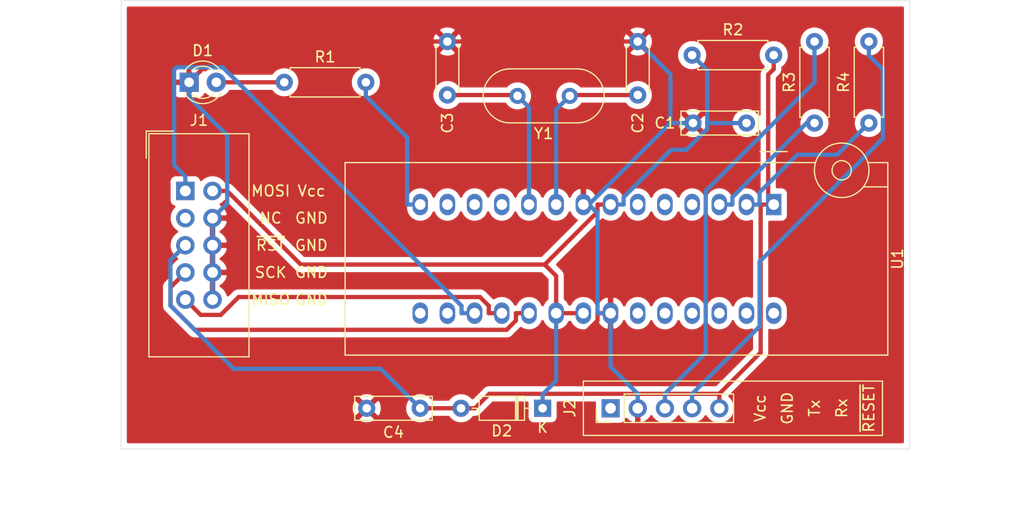
<source format=kicad_pcb>
(kicad_pcb (version 20171130) (host pcbnew 5.1.5+dfsg1-2build2)

  (general
    (thickness 1.6)
    (drawings 29)
    (tracks 121)
    (zones 0)
    (modules 14)
    (nets 31)
  )

  (page A4)
  (title_block
    (title "PSmod1202 PCB")
    (date 2020-12-28)
    (rev 2.0)
    (company "MSc Paweł Sobótka")
    (comment 1 CC-BY-SA)
    (comment 2 "by SQ7EQE")
    (comment 3 "AVR ATmega328P programmer board")
  )

  (layers
    (0 F.Cu signal)
    (31 B.Cu signal)
    (32 B.Adhes user)
    (33 F.Adhes user)
    (34 B.Paste user)
    (35 F.Paste user)
    (36 B.SilkS user)
    (37 F.SilkS user)
    (38 B.Mask user)
    (39 F.Mask user)
    (40 Dwgs.User user)
    (41 Cmts.User user)
    (42 Eco1.User user)
    (43 Eco2.User user)
    (44 Edge.Cuts user)
    (45 Margin user)
    (46 B.CrtYd user)
    (47 F.CrtYd user)
    (48 B.Fab user)
    (49 F.Fab user)
  )

  (setup
    (last_trace_width 0.4)
    (trace_clearance 0.3)
    (zone_clearance 0.508)
    (zone_45_only no)
    (trace_min 0.2)
    (via_size 0.8)
    (via_drill 0.4)
    (via_min_size 0.4)
    (via_min_drill 0.3)
    (uvia_size 0.3)
    (uvia_drill 0.1)
    (uvias_allowed no)
    (uvia_min_size 0.2)
    (uvia_min_drill 0.1)
    (edge_width 0.05)
    (segment_width 0.2)
    (pcb_text_width 0.3)
    (pcb_text_size 1.5 1.5)
    (mod_edge_width 0.12)
    (mod_text_size 1 1)
    (mod_text_width 0.15)
    (pad_size 1.524 1.524)
    (pad_drill 0.762)
    (pad_to_mask_clearance 0.051)
    (solder_mask_min_width 0.25)
    (aux_axis_origin 130.81 130.81)
    (grid_origin 130.81 130.81)
    (visible_elements FFFFFF7F)
    (pcbplotparams
      (layerselection 0x290fc_ffffffff)
      (usegerberextensions false)
      (usegerberattributes true)
      (usegerberadvancedattributes true)
      (creategerberjobfile true)
      (excludeedgelayer true)
      (linewidth 0.100000)
      (plotframeref false)
      (viasonmask false)
      (mode 1)
      (useauxorigin true)
      (hpglpennumber 1)
      (hpglpenspeed 20)
      (hpglpendiameter 15.000000)
      (psnegative false)
      (psa4output false)
      (plotreference true)
      (plotvalue true)
      (plotinvisibletext false)
      (padsonsilk false)
      (subtractmaskfromsilk true)
      (outputformat 1)
      (mirror false)
      (drillshape 0)
      (scaleselection 1)
      (outputdirectory "fab/Gerber/"))
  )

  (net 0 "")
  (net 1 "Net-(C1-Pad1)")
  (net 2 GND)
  (net 3 "Net-(D1-Pad2)")
  (net 4 /MOSI)
  (net 5 "Net-(J1-Pad3)")
  (net 6 /RESET)
  (net 7 /SCK)
  (net 8 /MISO)
  (net 9 "Net-(U1-Pad28)")
  (net 10 "Net-(U1-Pad27)")
  (net 11 "Net-(U1-Pad26)")
  (net 12 "Net-(U1-Pad4)")
  (net 13 "Net-(U1-Pad25)")
  (net 14 "Net-(U1-Pad5)")
  (net 15 "Net-(U1-Pad24)")
  (net 16 "Net-(U1-Pad6)")
  (net 17 "Net-(U1-Pad23)")
  (net 18 "Net-(U1-Pad11)")
  (net 19 "Net-(U1-Pad12)")
  (net 20 "Net-(U1-Pad13)")
  (net 21 "Net-(U1-Pad16)")
  (net 22 "Net-(U1-Pad15)")
  (net 23 "Net-(C2-Pad2)")
  (net 24 "Net-(C3-Pad2)")
  (net 25 /Tx)
  (net 26 /Rx)
  (net 27 "Net-(J2-Pad1)")
  (net 28 "Net-(R1-Pad2)")
  (net 29 "Net-(J2-Pad4)")
  (net 30 "Net-(J2-Pad3)")

  (net_class Default "To jest domyślna klasa połączeń."
    (clearance 0.3)
    (trace_width 0.4)
    (via_dia 0.8)
    (via_drill 0.4)
    (uvia_dia 0.3)
    (uvia_drill 0.1)
    (add_net /MISO)
    (add_net /MOSI)
    (add_net /RESET)
    (add_net /Rx)
    (add_net /SCK)
    (add_net /Tx)
    (add_net GND)
    (add_net "Net-(C1-Pad1)")
    (add_net "Net-(C2-Pad2)")
    (add_net "Net-(C3-Pad2)")
    (add_net "Net-(D1-Pad2)")
    (add_net "Net-(J1-Pad3)")
    (add_net "Net-(J2-Pad1)")
    (add_net "Net-(J2-Pad3)")
    (add_net "Net-(J2-Pad4)")
    (add_net "Net-(R1-Pad2)")
    (add_net "Net-(U1-Pad11)")
    (add_net "Net-(U1-Pad12)")
    (add_net "Net-(U1-Pad13)")
    (add_net "Net-(U1-Pad15)")
    (add_net "Net-(U1-Pad16)")
    (add_net "Net-(U1-Pad23)")
    (add_net "Net-(U1-Pad24)")
    (add_net "Net-(U1-Pad25)")
    (add_net "Net-(U1-Pad26)")
    (add_net "Net-(U1-Pad27)")
    (add_net "Net-(U1-Pad28)")
    (add_net "Net-(U1-Pad4)")
    (add_net "Net-(U1-Pad5)")
    (add_net "Net-(U1-Pad6)")
  )

  (module Resistor_THT:R_Axial_DIN0207_L6.3mm_D2.5mm_P7.62mm_Horizontal (layer F.Cu) (tedit 5AE5139B) (tstamp 5FEA125C)
    (at 200.66 100.33 90)
    (descr "Resistor, Axial_DIN0207 series, Axial, Horizontal, pin pitch=7.62mm, 0.25W = 1/4W, length*diameter=6.3*2.5mm^2, http://cdn-reichelt.de/documents/datenblatt/B400/1_4W%23YAG.pdf")
    (tags "Resistor Axial_DIN0207 series Axial Horizontal pin pitch 7.62mm 0.25W = 1/4W length 6.3mm diameter 2.5mm")
    (path /5FEAEF6C)
    (fp_text reference R4 (at 3.81 -2.37 90) (layer F.SilkS)
      (effects (font (size 1 1) (thickness 0.15)))
    )
    (fp_text value 1k (at 3.81 2.37 90) (layer F.Fab)
      (effects (font (size 1 1) (thickness 0.15)))
    )
    (fp_text user %R (at 3.81 0 90) (layer F.Fab)
      (effects (font (size 1 1) (thickness 0.15)))
    )
    (fp_line (start 8.67 -1.5) (end -1.05 -1.5) (layer F.CrtYd) (width 0.05))
    (fp_line (start 8.67 1.5) (end 8.67 -1.5) (layer F.CrtYd) (width 0.05))
    (fp_line (start -1.05 1.5) (end 8.67 1.5) (layer F.CrtYd) (width 0.05))
    (fp_line (start -1.05 -1.5) (end -1.05 1.5) (layer F.CrtYd) (width 0.05))
    (fp_line (start 7.08 1.37) (end 7.08 1.04) (layer F.SilkS) (width 0.12))
    (fp_line (start 0.54 1.37) (end 7.08 1.37) (layer F.SilkS) (width 0.12))
    (fp_line (start 0.54 1.04) (end 0.54 1.37) (layer F.SilkS) (width 0.12))
    (fp_line (start 7.08 -1.37) (end 7.08 -1.04) (layer F.SilkS) (width 0.12))
    (fp_line (start 0.54 -1.37) (end 7.08 -1.37) (layer F.SilkS) (width 0.12))
    (fp_line (start 0.54 -1.04) (end 0.54 -1.37) (layer F.SilkS) (width 0.12))
    (fp_line (start 7.62 0) (end 6.96 0) (layer F.Fab) (width 0.1))
    (fp_line (start 0 0) (end 0.66 0) (layer F.Fab) (width 0.1))
    (fp_line (start 6.96 -1.25) (end 0.66 -1.25) (layer F.Fab) (width 0.1))
    (fp_line (start 6.96 1.25) (end 6.96 -1.25) (layer F.Fab) (width 0.1))
    (fp_line (start 0.66 1.25) (end 6.96 1.25) (layer F.Fab) (width 0.1))
    (fp_line (start 0.66 -1.25) (end 0.66 1.25) (layer F.Fab) (width 0.1))
    (pad 2 thru_hole oval (at 7.62 0 90) (size 1.6 1.6) (drill 0.8) (layers *.Cu *.Mask)
      (net 29 "Net-(J2-Pad4)"))
    (pad 1 thru_hole circle (at 0 0 90) (size 1.6 1.6) (drill 0.8) (layers *.Cu *.Mask)
      (net 26 /Rx))
    (model ${KISYS3DMOD}/Resistor_THT.3dshapes/R_Axial_DIN0207_L6.3mm_D2.5mm_P7.62mm_Horizontal.wrl
      (at (xyz 0 0 0))
      (scale (xyz 1 1 1))
      (rotate (xyz 0 0 0))
    )
  )

  (module Resistor_THT:R_Axial_DIN0207_L6.3mm_D2.5mm_P7.62mm_Horizontal (layer F.Cu) (tedit 5AE5139B) (tstamp 5FEA1245)
    (at 195.58 100.33 90)
    (descr "Resistor, Axial_DIN0207 series, Axial, Horizontal, pin pitch=7.62mm, 0.25W = 1/4W, length*diameter=6.3*2.5mm^2, http://cdn-reichelt.de/documents/datenblatt/B400/1_4W%23YAG.pdf")
    (tags "Resistor Axial_DIN0207 series Axial Horizontal pin pitch 7.62mm 0.25W = 1/4W length 6.3mm diameter 2.5mm")
    (path /5FEAE552)
    (fp_text reference R3 (at 3.81 -2.37 90) (layer F.SilkS)
      (effects (font (size 1 1) (thickness 0.15)))
    )
    (fp_text value 1k (at 3.81 2.37 90) (layer F.Fab)
      (effects (font (size 1 1) (thickness 0.15)))
    )
    (fp_text user %R (at 3.81 0 90) (layer F.Fab)
      (effects (font (size 1 1) (thickness 0.15)))
    )
    (fp_line (start 8.67 -1.5) (end -1.05 -1.5) (layer F.CrtYd) (width 0.05))
    (fp_line (start 8.67 1.5) (end 8.67 -1.5) (layer F.CrtYd) (width 0.05))
    (fp_line (start -1.05 1.5) (end 8.67 1.5) (layer F.CrtYd) (width 0.05))
    (fp_line (start -1.05 -1.5) (end -1.05 1.5) (layer F.CrtYd) (width 0.05))
    (fp_line (start 7.08 1.37) (end 7.08 1.04) (layer F.SilkS) (width 0.12))
    (fp_line (start 0.54 1.37) (end 7.08 1.37) (layer F.SilkS) (width 0.12))
    (fp_line (start 0.54 1.04) (end 0.54 1.37) (layer F.SilkS) (width 0.12))
    (fp_line (start 7.08 -1.37) (end 7.08 -1.04) (layer F.SilkS) (width 0.12))
    (fp_line (start 0.54 -1.37) (end 7.08 -1.37) (layer F.SilkS) (width 0.12))
    (fp_line (start 0.54 -1.04) (end 0.54 -1.37) (layer F.SilkS) (width 0.12))
    (fp_line (start 7.62 0) (end 6.96 0) (layer F.Fab) (width 0.1))
    (fp_line (start 0 0) (end 0.66 0) (layer F.Fab) (width 0.1))
    (fp_line (start 6.96 -1.25) (end 0.66 -1.25) (layer F.Fab) (width 0.1))
    (fp_line (start 6.96 1.25) (end 6.96 -1.25) (layer F.Fab) (width 0.1))
    (fp_line (start 0.66 1.25) (end 6.96 1.25) (layer F.Fab) (width 0.1))
    (fp_line (start 0.66 -1.25) (end 0.66 1.25) (layer F.Fab) (width 0.1))
    (pad 2 thru_hole oval (at 7.62 0 90) (size 1.6 1.6) (drill 0.8) (layers *.Cu *.Mask)
      (net 30 "Net-(J2-Pad3)"))
    (pad 1 thru_hole circle (at 0 0 90) (size 1.6 1.6) (drill 0.8) (layers *.Cu *.Mask)
      (net 25 /Tx))
    (model ${KISYS3DMOD}/Resistor_THT.3dshapes/R_Axial_DIN0207_L6.3mm_D2.5mm_P7.62mm_Horizontal.wrl
      (at (xyz 0 0 0))
      (scale (xyz 1 1 1))
      (rotate (xyz 0 0 0))
    )
  )

  (module Connector_PinHeader_2.54mm:PinHeader_1x05_P2.54mm_Vertical (layer F.Cu) (tedit 59FED5CC) (tstamp 5FEA5B61)
    (at 176.53 127 90)
    (descr "Through hole straight pin header, 1x05, 2.54mm pitch, single row")
    (tags "Through hole pin header THT 1x05 2.54mm single row")
    (path /5FECA88C)
    (fp_text reference J2 (at 0 -3.81 90) (layer F.SilkS)
      (effects (font (size 1 1) (thickness 0.15)))
    )
    (fp_text value Prog (at 0 12.49 90) (layer F.Fab)
      (effects (font (size 1 1) (thickness 0.15)))
    )
    (fp_text user %R (at 0 5.08) (layer F.Fab)
      (effects (font (size 1 1) (thickness 0.15)))
    )
    (fp_line (start 1.8 -1.8) (end -1.8 -1.8) (layer F.CrtYd) (width 0.05))
    (fp_line (start 1.8 11.95) (end 1.8 -1.8) (layer F.CrtYd) (width 0.05))
    (fp_line (start -1.8 11.95) (end 1.8 11.95) (layer F.CrtYd) (width 0.05))
    (fp_line (start -1.8 -1.8) (end -1.8 11.95) (layer F.CrtYd) (width 0.05))
    (fp_line (start -1.33 -1.33) (end 0 -1.33) (layer F.SilkS) (width 0.12))
    (fp_line (start -1.33 0) (end -1.33 -1.33) (layer F.SilkS) (width 0.12))
    (fp_line (start -1.33 1.27) (end 1.33 1.27) (layer F.SilkS) (width 0.12))
    (fp_line (start 1.33 1.27) (end 1.33 11.49) (layer F.SilkS) (width 0.12))
    (fp_line (start -1.33 1.27) (end -1.33 11.49) (layer F.SilkS) (width 0.12))
    (fp_line (start -1.33 11.49) (end 1.33 11.49) (layer F.SilkS) (width 0.12))
    (fp_line (start -1.27 -0.635) (end -0.635 -1.27) (layer F.Fab) (width 0.1))
    (fp_line (start -1.27 11.43) (end -1.27 -0.635) (layer F.Fab) (width 0.1))
    (fp_line (start 1.27 11.43) (end -1.27 11.43) (layer F.Fab) (width 0.1))
    (fp_line (start 1.27 -1.27) (end 1.27 11.43) (layer F.Fab) (width 0.1))
    (fp_line (start -0.635 -1.27) (end 1.27 -1.27) (layer F.Fab) (width 0.1))
    (pad 5 thru_hole oval (at 0 10.16 90) (size 1.7 1.7) (drill 1) (layers *.Cu *.Mask)
      (net 6 /RESET))
    (pad 4 thru_hole oval (at 0 7.62 90) (size 1.7 1.7) (drill 1) (layers *.Cu *.Mask)
      (net 29 "Net-(J2-Pad4)"))
    (pad 3 thru_hole oval (at 0 5.08 90) (size 1.7 1.7) (drill 1) (layers *.Cu *.Mask)
      (net 30 "Net-(J2-Pad3)"))
    (pad 2 thru_hole oval (at 0 2.54 90) (size 1.7 1.7) (drill 1) (layers *.Cu *.Mask)
      (net 2 GND))
    (pad 1 thru_hole rect (at 0 0 90) (size 1.7 1.7) (drill 1) (layers *.Cu *.Mask)
      (net 27 "Net-(J2-Pad1)"))
    (model ${KISYS3DMOD}/Connector_PinHeader_2.54mm.3dshapes/PinHeader_1x05_P2.54mm_Vertical.wrl
      (at (xyz 0 0 0))
      (scale (xyz 1 1 1))
      (rotate (xyz 0 0 0))
    )
  )

  (module Crystal:Crystal_HC49-U_Vertical (layer F.Cu) (tedit 5A1AD3B8) (tstamp 5FEA5859)
    (at 172.72 97.79 180)
    (descr "Crystal THT HC-49/U http://5hertz.com/pdfs/04404_D.pdf")
    (tags "THT crystalHC-49/U")
    (path /5FEA19DC)
    (fp_text reference Y1 (at 2.44 -3.525) (layer F.SilkS)
      (effects (font (size 1 1) (thickness 0.15)))
    )
    (fp_text value 16MHz (at 2.44 3.525) (layer F.Fab)
      (effects (font (size 1 1) (thickness 0.15)))
    )
    (fp_arc (start 5.565 0) (end 5.565 -2.525) (angle 180) (layer F.SilkS) (width 0.12))
    (fp_arc (start -0.685 0) (end -0.685 -2.525) (angle -180) (layer F.SilkS) (width 0.12))
    (fp_arc (start 5.44 0) (end 5.44 -2) (angle 180) (layer F.Fab) (width 0.1))
    (fp_arc (start -0.56 0) (end -0.56 -2) (angle -180) (layer F.Fab) (width 0.1))
    (fp_arc (start 5.565 0) (end 5.565 -2.325) (angle 180) (layer F.Fab) (width 0.1))
    (fp_arc (start -0.685 0) (end -0.685 -2.325) (angle -180) (layer F.Fab) (width 0.1))
    (fp_line (start 8.4 -2.8) (end -3.5 -2.8) (layer F.CrtYd) (width 0.05))
    (fp_line (start 8.4 2.8) (end 8.4 -2.8) (layer F.CrtYd) (width 0.05))
    (fp_line (start -3.5 2.8) (end 8.4 2.8) (layer F.CrtYd) (width 0.05))
    (fp_line (start -3.5 -2.8) (end -3.5 2.8) (layer F.CrtYd) (width 0.05))
    (fp_line (start -0.685 2.525) (end 5.565 2.525) (layer F.SilkS) (width 0.12))
    (fp_line (start -0.685 -2.525) (end 5.565 -2.525) (layer F.SilkS) (width 0.12))
    (fp_line (start -0.56 2) (end 5.44 2) (layer F.Fab) (width 0.1))
    (fp_line (start -0.56 -2) (end 5.44 -2) (layer F.Fab) (width 0.1))
    (fp_line (start -0.685 2.325) (end 5.565 2.325) (layer F.Fab) (width 0.1))
    (fp_line (start -0.685 -2.325) (end 5.565 -2.325) (layer F.Fab) (width 0.1))
    (fp_text user %R (at 2.44 0) (layer F.Fab)
      (effects (font (size 1 1) (thickness 0.15)))
    )
    (pad 2 thru_hole circle (at 4.88 0 180) (size 1.5 1.5) (drill 0.8) (layers *.Cu *.Mask)
      (net 24 "Net-(C3-Pad2)"))
    (pad 1 thru_hole circle (at 0 0 180) (size 1.5 1.5) (drill 0.8) (layers *.Cu *.Mask)
      (net 23 "Net-(C2-Pad2)"))
    (model ${KISYS3DMOD}/Crystal.3dshapes/Crystal_HC49-U_Vertical.wrl
      (at (xyz 0 0 0))
      (scale (xyz 1 1 1))
      (rotate (xyz 0 0 0))
    )
  )

  (module Resistor_THT:R_Axial_DIN0207_L6.3mm_D2.5mm_P7.62mm_Horizontal (layer F.Cu) (tedit 5AE5139B) (tstamp 5FEA57A8)
    (at 146.05 96.52)
    (descr "Resistor, Axial_DIN0207 series, Axial, Horizontal, pin pitch=7.62mm, 0.25W = 1/4W, length*diameter=6.3*2.5mm^2, http://cdn-reichelt.de/documents/datenblatt/B400/1_4W%23YAG.pdf")
    (tags "Resistor Axial_DIN0207 series Axial Horizontal pin pitch 7.62mm 0.25W = 1/4W length 6.3mm diameter 2.5mm")
    (path /5FEC50E1)
    (fp_text reference R1 (at 3.81 -2.37) (layer F.SilkS)
      (effects (font (size 1 1) (thickness 0.15)))
    )
    (fp_text value 330R (at 3.81 2.37) (layer F.Fab)
      (effects (font (size 1 1) (thickness 0.15)))
    )
    (fp_text user %R (at 3.81 0) (layer F.Fab)
      (effects (font (size 1 1) (thickness 0.15)))
    )
    (fp_line (start 8.67 -1.5) (end -1.05 -1.5) (layer F.CrtYd) (width 0.05))
    (fp_line (start 8.67 1.5) (end 8.67 -1.5) (layer F.CrtYd) (width 0.05))
    (fp_line (start -1.05 1.5) (end 8.67 1.5) (layer F.CrtYd) (width 0.05))
    (fp_line (start -1.05 -1.5) (end -1.05 1.5) (layer F.CrtYd) (width 0.05))
    (fp_line (start 7.08 1.37) (end 7.08 1.04) (layer F.SilkS) (width 0.12))
    (fp_line (start 0.54 1.37) (end 7.08 1.37) (layer F.SilkS) (width 0.12))
    (fp_line (start 0.54 1.04) (end 0.54 1.37) (layer F.SilkS) (width 0.12))
    (fp_line (start 7.08 -1.37) (end 7.08 -1.04) (layer F.SilkS) (width 0.12))
    (fp_line (start 0.54 -1.37) (end 7.08 -1.37) (layer F.SilkS) (width 0.12))
    (fp_line (start 0.54 -1.04) (end 0.54 -1.37) (layer F.SilkS) (width 0.12))
    (fp_line (start 7.62 0) (end 6.96 0) (layer F.Fab) (width 0.1))
    (fp_line (start 0 0) (end 0.66 0) (layer F.Fab) (width 0.1))
    (fp_line (start 6.96 -1.25) (end 0.66 -1.25) (layer F.Fab) (width 0.1))
    (fp_line (start 6.96 1.25) (end 6.96 -1.25) (layer F.Fab) (width 0.1))
    (fp_line (start 0.66 1.25) (end 6.96 1.25) (layer F.Fab) (width 0.1))
    (fp_line (start 0.66 -1.25) (end 0.66 1.25) (layer F.Fab) (width 0.1))
    (pad 2 thru_hole oval (at 7.62 0) (size 1.6 1.6) (drill 0.8) (layers *.Cu *.Mask)
      (net 28 "Net-(R1-Pad2)"))
    (pad 1 thru_hole circle (at 0 0) (size 1.6 1.6) (drill 0.8) (layers *.Cu *.Mask)
      (net 3 "Net-(D1-Pad2)"))
    (model ${KISYS3DMOD}/Resistor_THT.3dshapes/R_Axial_DIN0207_L6.3mm_D2.5mm_P7.62mm_Horizontal.wrl
      (at (xyz 0 0 0))
      (scale (xyz 1 1 1))
      (rotate (xyz 0 0 0))
    )
  )

  (module Diode_THT:D_DO-35_SOD27_P7.62mm_Horizontal (layer F.Cu) (tedit 5AE50CD5) (tstamp 5FEA5728)
    (at 170.18 127 180)
    (descr "Diode, DO-35_SOD27 series, Axial, Horizontal, pin pitch=7.62mm, , length*diameter=4*2mm^2, , http://www.diodes.com/_files/packages/DO-35.pdf")
    (tags "Diode DO-35_SOD27 series Axial Horizontal pin pitch 7.62mm  length 4mm diameter 2mm")
    (path /5FEB8303)
    (fp_text reference D2 (at 3.81 -2.12) (layer F.SilkS)
      (effects (font (size 1 1) (thickness 0.15)))
    )
    (fp_text value 1N4148 (at 3.81 2.12) (layer F.Fab)
      (effects (font (size 1 1) (thickness 0.15)))
    )
    (fp_text user K (at 0 -1.8) (layer F.SilkS)
      (effects (font (size 1 1) (thickness 0.15)))
    )
    (fp_text user K (at 0 -1.8) (layer F.Fab)
      (effects (font (size 1 1) (thickness 0.15)))
    )
    (fp_text user %R (at 4.11 0) (layer F.Fab)
      (effects (font (size 0.8 0.8) (thickness 0.12)))
    )
    (fp_line (start 8.67 -1.25) (end -1.05 -1.25) (layer F.CrtYd) (width 0.05))
    (fp_line (start 8.67 1.25) (end 8.67 -1.25) (layer F.CrtYd) (width 0.05))
    (fp_line (start -1.05 1.25) (end 8.67 1.25) (layer F.CrtYd) (width 0.05))
    (fp_line (start -1.05 -1.25) (end -1.05 1.25) (layer F.CrtYd) (width 0.05))
    (fp_line (start 2.29 -1.12) (end 2.29 1.12) (layer F.SilkS) (width 0.12))
    (fp_line (start 2.53 -1.12) (end 2.53 1.12) (layer F.SilkS) (width 0.12))
    (fp_line (start 2.41 -1.12) (end 2.41 1.12) (layer F.SilkS) (width 0.12))
    (fp_line (start 6.58 0) (end 5.93 0) (layer F.SilkS) (width 0.12))
    (fp_line (start 1.04 0) (end 1.69 0) (layer F.SilkS) (width 0.12))
    (fp_line (start 5.93 -1.12) (end 1.69 -1.12) (layer F.SilkS) (width 0.12))
    (fp_line (start 5.93 1.12) (end 5.93 -1.12) (layer F.SilkS) (width 0.12))
    (fp_line (start 1.69 1.12) (end 5.93 1.12) (layer F.SilkS) (width 0.12))
    (fp_line (start 1.69 -1.12) (end 1.69 1.12) (layer F.SilkS) (width 0.12))
    (fp_line (start 2.31 -1) (end 2.31 1) (layer F.Fab) (width 0.1))
    (fp_line (start 2.51 -1) (end 2.51 1) (layer F.Fab) (width 0.1))
    (fp_line (start 2.41 -1) (end 2.41 1) (layer F.Fab) (width 0.1))
    (fp_line (start 7.62 0) (end 5.81 0) (layer F.Fab) (width 0.1))
    (fp_line (start 0 0) (end 1.81 0) (layer F.Fab) (width 0.1))
    (fp_line (start 5.81 -1) (end 1.81 -1) (layer F.Fab) (width 0.1))
    (fp_line (start 5.81 1) (end 5.81 -1) (layer F.Fab) (width 0.1))
    (fp_line (start 1.81 1) (end 5.81 1) (layer F.Fab) (width 0.1))
    (fp_line (start 1.81 -1) (end 1.81 1) (layer F.Fab) (width 0.1))
    (pad 2 thru_hole oval (at 7.62 0 180) (size 1.6 1.6) (drill 0.8) (layers *.Cu *.Mask)
      (net 6 /RESET))
    (pad 1 thru_hole rect (at 0 0 180) (size 1.6 1.6) (drill 0.8) (layers *.Cu *.Mask)
      (net 1 "Net-(C1-Pad1)"))
    (model ${KISYS3DMOD}/Diode_THT.3dshapes/D_DO-35_SOD27_P7.62mm_Horizontal.wrl
      (at (xyz 0 0 0))
      (scale (xyz 1 1 1))
      (rotate (xyz 0 0 0))
    )
  )

  (module Capacitor_THT:C_Rect_L7.0mm_W2.0mm_P5.00mm (layer F.Cu) (tedit 5AE50EF0) (tstamp 5FEA56E5)
    (at 158.75 127 180)
    (descr "C, Rect series, Radial, pin pitch=5.00mm, , length*width=7*2mm^2, Capacitor")
    (tags "C Rect series Radial pin pitch 5.00mm  length 7mm width 2mm Capacitor")
    (path /5FEB619F)
    (fp_text reference C4 (at 2.5 -2.25) (layer F.SilkS)
      (effects (font (size 1 1) (thickness 0.15)))
    )
    (fp_text value 0.1u (at 2.5 2.25) (layer F.Fab)
      (effects (font (size 1 1) (thickness 0.15)))
    )
    (fp_text user %R (at 2.5 0) (layer F.Fab)
      (effects (font (size 1 1) (thickness 0.15)))
    )
    (fp_line (start 6.25 -1.25) (end -1.25 -1.25) (layer F.CrtYd) (width 0.05))
    (fp_line (start 6.25 1.25) (end 6.25 -1.25) (layer F.CrtYd) (width 0.05))
    (fp_line (start -1.25 1.25) (end 6.25 1.25) (layer F.CrtYd) (width 0.05))
    (fp_line (start -1.25 -1.25) (end -1.25 1.25) (layer F.CrtYd) (width 0.05))
    (fp_line (start 6.12 -1.12) (end 6.12 1.12) (layer F.SilkS) (width 0.12))
    (fp_line (start -1.12 -1.12) (end -1.12 1.12) (layer F.SilkS) (width 0.12))
    (fp_line (start -1.12 1.12) (end 6.12 1.12) (layer F.SilkS) (width 0.12))
    (fp_line (start -1.12 -1.12) (end 6.12 -1.12) (layer F.SilkS) (width 0.12))
    (fp_line (start 6 -1) (end -1 -1) (layer F.Fab) (width 0.1))
    (fp_line (start 6 1) (end 6 -1) (layer F.Fab) (width 0.1))
    (fp_line (start -1 1) (end 6 1) (layer F.Fab) (width 0.1))
    (fp_line (start -1 -1) (end -1 1) (layer F.Fab) (width 0.1))
    (pad 2 thru_hole circle (at 5 0 180) (size 1.6 1.6) (drill 0.8) (layers *.Cu *.Mask)
      (net 2 GND))
    (pad 1 thru_hole circle (at 0 0 180) (size 1.6 1.6) (drill 0.8) (layers *.Cu *.Mask)
      (net 6 /RESET))
    (model ${KISYS3DMOD}/Capacitor_THT.3dshapes/C_Rect_L7.0mm_W2.0mm_P5.00mm.wrl
      (at (xyz 0 0 0))
      (scale (xyz 1 1 1))
      (rotate (xyz 0 0 0))
    )
  )

  (module Capacitor_THT:C_Disc_D4.3mm_W1.9mm_P5.00mm (layer F.Cu) (tedit 5AE50EF0) (tstamp 5FEA56D2)
    (at 161.29 92.71 270)
    (descr "C, Disc series, Radial, pin pitch=5.00mm, , diameter*width=4.3*1.9mm^2, Capacitor, http://www.vishay.com/docs/45233/krseries.pdf")
    (tags "C Disc series Radial pin pitch 5.00mm  diameter 4.3mm width 1.9mm Capacitor")
    (path /5FEA2743)
    (fp_text reference C3 (at 7.62 0 90) (layer F.SilkS)
      (effects (font (size 1 1) (thickness 0.15)))
    )
    (fp_text value 22p (at 2.5 2.2 90) (layer F.Fab)
      (effects (font (size 1 1) (thickness 0.15)))
    )
    (fp_text user %R (at 2.5 0 90) (layer F.Fab)
      (effects (font (size 0.86 0.86) (thickness 0.129)))
    )
    (fp_line (start 6.05 -1.2) (end -1.05 -1.2) (layer F.CrtYd) (width 0.05))
    (fp_line (start 6.05 1.2) (end 6.05 -1.2) (layer F.CrtYd) (width 0.05))
    (fp_line (start -1.05 1.2) (end 6.05 1.2) (layer F.CrtYd) (width 0.05))
    (fp_line (start -1.05 -1.2) (end -1.05 1.2) (layer F.CrtYd) (width 0.05))
    (fp_line (start 4.77 1.055) (end 4.77 1.07) (layer F.SilkS) (width 0.12))
    (fp_line (start 4.77 -1.07) (end 4.77 -1.055) (layer F.SilkS) (width 0.12))
    (fp_line (start 0.23 1.055) (end 0.23 1.07) (layer F.SilkS) (width 0.12))
    (fp_line (start 0.23 -1.07) (end 0.23 -1.055) (layer F.SilkS) (width 0.12))
    (fp_line (start 0.23 1.07) (end 4.77 1.07) (layer F.SilkS) (width 0.12))
    (fp_line (start 0.23 -1.07) (end 4.77 -1.07) (layer F.SilkS) (width 0.12))
    (fp_line (start 4.65 -0.95) (end 0.35 -0.95) (layer F.Fab) (width 0.1))
    (fp_line (start 4.65 0.95) (end 4.65 -0.95) (layer F.Fab) (width 0.1))
    (fp_line (start 0.35 0.95) (end 4.65 0.95) (layer F.Fab) (width 0.1))
    (fp_line (start 0.35 -0.95) (end 0.35 0.95) (layer F.Fab) (width 0.1))
    (pad 2 thru_hole circle (at 5 0 270) (size 1.6 1.6) (drill 0.8) (layers *.Cu *.Mask)
      (net 24 "Net-(C3-Pad2)"))
    (pad 1 thru_hole circle (at 0 0 270) (size 1.6 1.6) (drill 0.8) (layers *.Cu *.Mask)
      (net 2 GND))
    (model ${KISYS3DMOD}/Capacitor_THT.3dshapes/C_Disc_D4.3mm_W1.9mm_P5.00mm.wrl
      (at (xyz 0 0 0))
      (scale (xyz 1 1 1))
      (rotate (xyz 0 0 0))
    )
  )

  (module Capacitor_THT:C_Disc_D4.3mm_W1.9mm_P5.00mm (layer F.Cu) (tedit 5AE50EF0) (tstamp 5FEA56BD)
    (at 179.07 92.71 270)
    (descr "C, Disc series, Radial, pin pitch=5.00mm, , diameter*width=4.3*1.9mm^2, Capacitor, http://www.vishay.com/docs/45233/krseries.pdf")
    (tags "C Disc series Radial pin pitch 5.00mm  diameter 4.3mm width 1.9mm Capacitor")
    (path /5FEA1F41)
    (fp_text reference C2 (at 7.62 0 90) (layer F.SilkS)
      (effects (font (size 1 1) (thickness 0.15)))
    )
    (fp_text value 22p (at 2.54 -2.54 90) (layer F.Fab)
      (effects (font (size 1 1) (thickness 0.15)))
    )
    (fp_text user %R (at 2.5 0 90) (layer F.Fab)
      (effects (font (size 0.86 0.86) (thickness 0.129)))
    )
    (fp_line (start 6.05 -1.2) (end -1.05 -1.2) (layer F.CrtYd) (width 0.05))
    (fp_line (start 6.05 1.2) (end 6.05 -1.2) (layer F.CrtYd) (width 0.05))
    (fp_line (start -1.05 1.2) (end 6.05 1.2) (layer F.CrtYd) (width 0.05))
    (fp_line (start -1.05 -1.2) (end -1.05 1.2) (layer F.CrtYd) (width 0.05))
    (fp_line (start 4.77 1.055) (end 4.77 1.07) (layer F.SilkS) (width 0.12))
    (fp_line (start 4.77 -1.07) (end 4.77 -1.055) (layer F.SilkS) (width 0.12))
    (fp_line (start 0.23 1.055) (end 0.23 1.07) (layer F.SilkS) (width 0.12))
    (fp_line (start 0.23 -1.07) (end 0.23 -1.055) (layer F.SilkS) (width 0.12))
    (fp_line (start 0.23 1.07) (end 4.77 1.07) (layer F.SilkS) (width 0.12))
    (fp_line (start 0.23 -1.07) (end 4.77 -1.07) (layer F.SilkS) (width 0.12))
    (fp_line (start 4.65 -0.95) (end 0.35 -0.95) (layer F.Fab) (width 0.1))
    (fp_line (start 4.65 0.95) (end 4.65 -0.95) (layer F.Fab) (width 0.1))
    (fp_line (start 0.35 0.95) (end 4.65 0.95) (layer F.Fab) (width 0.1))
    (fp_line (start 0.35 -0.95) (end 0.35 0.95) (layer F.Fab) (width 0.1))
    (pad 2 thru_hole circle (at 5 0 270) (size 1.6 1.6) (drill 0.8) (layers *.Cu *.Mask)
      (net 23 "Net-(C2-Pad2)"))
    (pad 1 thru_hole circle (at 0 0 270) (size 1.6 1.6) (drill 0.8) (layers *.Cu *.Mask)
      (net 2 GND))
    (model ${KISYS3DMOD}/Capacitor_THT.3dshapes/C_Disc_D4.3mm_W1.9mm_P5.00mm.wrl
      (at (xyz 0 0 0))
      (scale (xyz 1 1 1))
      (rotate (xyz 0 0 0))
    )
  )

  (module Capacitor_THT:C_Rect_L7.0mm_W2.0mm_P5.00mm (layer F.Cu) (tedit 5AE50EF0) (tstamp 5D894934)
    (at 189.23 100.33 180)
    (descr "C, Rect series, Radial, pin pitch=5.00mm, , length*width=7*2mm^2, Capacitor")
    (tags "C Rect series Radial pin pitch 5.00mm  length 7mm width 2mm Capacitor")
    (path /5D892234)
    (fp_text reference C1 (at 7.62 0) (layer F.SilkS)
      (effects (font (size 1 1) (thickness 0.15)))
    )
    (fp_text value 0.1u (at 2.5 2.25) (layer F.Fab)
      (effects (font (size 1 1) (thickness 0.15)))
    )
    (fp_text user %R (at 2.5 0) (layer F.Fab)
      (effects (font (size 1 1) (thickness 0.15)))
    )
    (fp_line (start 6.25 -1.25) (end -1.25 -1.25) (layer F.CrtYd) (width 0.05))
    (fp_line (start 6.25 1.25) (end 6.25 -1.25) (layer F.CrtYd) (width 0.05))
    (fp_line (start -1.25 1.25) (end 6.25 1.25) (layer F.CrtYd) (width 0.05))
    (fp_line (start -1.25 -1.25) (end -1.25 1.25) (layer F.CrtYd) (width 0.05))
    (fp_line (start 6.12 -1.12) (end 6.12 1.12) (layer F.SilkS) (width 0.12))
    (fp_line (start -1.12 -1.12) (end -1.12 1.12) (layer F.SilkS) (width 0.12))
    (fp_line (start -1.12 1.12) (end 6.12 1.12) (layer F.SilkS) (width 0.12))
    (fp_line (start -1.12 -1.12) (end 6.12 -1.12) (layer F.SilkS) (width 0.12))
    (fp_line (start 6 -1) (end -1 -1) (layer F.Fab) (width 0.1))
    (fp_line (start 6 1) (end 6 -1) (layer F.Fab) (width 0.1))
    (fp_line (start -1 1) (end 6 1) (layer F.Fab) (width 0.1))
    (fp_line (start -1 -1) (end -1 1) (layer F.Fab) (width 0.1))
    (pad 2 thru_hole circle (at 5 0 180) (size 1.6 1.6) (drill 0.8) (layers *.Cu *.Mask)
      (net 2 GND))
    (pad 1 thru_hole circle (at 0 0 180) (size 1.6 1.6) (drill 0.8) (layers *.Cu *.Mask)
      (net 1 "Net-(C1-Pad1)"))
    (model ${KISYS3DMOD}/Capacitor_THT.3dshapes/C_Rect_L7.0mm_W2.0mm_P5.00mm.wrl
      (at (xyz 0 0 0))
      (scale (xyz 1 1 1))
      (rotate (xyz 0 0 0))
    )
  )

  (module LED_THT:LED_D3.0mm (layer F.Cu) (tedit 587A3A7B) (tstamp 5D894947)
    (at 137.16 96.52)
    (descr "LED, diameter 3.0mm, 2 pins")
    (tags "LED diameter 3.0mm 2 pins")
    (path /5D892E00)
    (fp_text reference D1 (at 1.27 -2.96) (layer F.SilkS)
      (effects (font (size 1 1) (thickness 0.15)))
    )
    (fp_text value YELLOW (at 1.27 2.96) (layer F.Fab)
      (effects (font (size 1 1) (thickness 0.15)))
    )
    (fp_arc (start 1.27 0) (end -0.23 -1.16619) (angle 284.3) (layer F.Fab) (width 0.1))
    (fp_arc (start 1.27 0) (end -0.29 -1.235516) (angle 108.8) (layer F.SilkS) (width 0.12))
    (fp_arc (start 1.27 0) (end -0.29 1.235516) (angle -108.8) (layer F.SilkS) (width 0.12))
    (fp_arc (start 1.27 0) (end 0.229039 -1.08) (angle 87.9) (layer F.SilkS) (width 0.12))
    (fp_arc (start 1.27 0) (end 0.229039 1.08) (angle -87.9) (layer F.SilkS) (width 0.12))
    (fp_circle (center 1.27 0) (end 2.77 0) (layer F.Fab) (width 0.1))
    (fp_line (start -0.23 -1.16619) (end -0.23 1.16619) (layer F.Fab) (width 0.1))
    (fp_line (start -0.29 -1.236) (end -0.29 -1.08) (layer F.SilkS) (width 0.12))
    (fp_line (start -0.29 1.08) (end -0.29 1.236) (layer F.SilkS) (width 0.12))
    (fp_line (start -1.15 -2.25) (end -1.15 2.25) (layer F.CrtYd) (width 0.05))
    (fp_line (start -1.15 2.25) (end 3.7 2.25) (layer F.CrtYd) (width 0.05))
    (fp_line (start 3.7 2.25) (end 3.7 -2.25) (layer F.CrtYd) (width 0.05))
    (fp_line (start 3.7 -2.25) (end -1.15 -2.25) (layer F.CrtYd) (width 0.05))
    (pad 1 thru_hole rect (at 0 0) (size 1.8 1.8) (drill 0.9) (layers *.Cu *.Mask)
      (net 2 GND))
    (pad 2 thru_hole circle (at 2.54 0) (size 1.8 1.8) (drill 0.9) (layers *.Cu *.Mask)
      (net 3 "Net-(D1-Pad2)"))
    (model ${KISYS3DMOD}/LED_THT.3dshapes/LED_D3.0mm.wrl
      (at (xyz 0 0 0))
      (scale (xyz 1 1 1))
      (rotate (xyz 0 0 0))
    )
  )

  (module Connector_IDC:IDC-Header_2x05_P2.54mm_Vertical (layer F.Cu) (tedit 59DE0611) (tstamp 5D89496F)
    (at 136.81 106.68)
    (descr "Through hole straight IDC box header, 2x05, 2.54mm pitch, double rows")
    (tags "Through hole IDC box header THT 2x05 2.54mm double row")
    (path /5D88F0F0)
    (fp_text reference J1 (at 1.27 -6.604) (layer F.SilkS)
      (effects (font (size 1 1) (thickness 0.15)))
    )
    (fp_text value AVR-ISP-10 (at 1.27 16.764) (layer F.Fab)
      (effects (font (size 1 1) (thickness 0.15)))
    )
    (fp_text user %R (at 1.27 5.08) (layer F.Fab)
      (effects (font (size 1 1) (thickness 0.15)))
    )
    (fp_line (start 5.695 -5.1) (end 5.695 15.26) (layer F.Fab) (width 0.1))
    (fp_line (start 5.145 -4.56) (end 5.145 14.7) (layer F.Fab) (width 0.1))
    (fp_line (start -3.155 -5.1) (end -3.155 15.26) (layer F.Fab) (width 0.1))
    (fp_line (start -2.605 -4.56) (end -2.605 2.83) (layer F.Fab) (width 0.1))
    (fp_line (start -2.605 7.33) (end -2.605 14.7) (layer F.Fab) (width 0.1))
    (fp_line (start -2.605 2.83) (end -3.155 2.83) (layer F.Fab) (width 0.1))
    (fp_line (start -2.605 7.33) (end -3.155 7.33) (layer F.Fab) (width 0.1))
    (fp_line (start 5.695 -5.1) (end -3.155 -5.1) (layer F.Fab) (width 0.1))
    (fp_line (start 5.145 -4.56) (end -2.605 -4.56) (layer F.Fab) (width 0.1))
    (fp_line (start 5.695 15.26) (end -3.155 15.26) (layer F.Fab) (width 0.1))
    (fp_line (start 5.145 14.7) (end -2.605 14.7) (layer F.Fab) (width 0.1))
    (fp_line (start 5.695 -5.1) (end 5.145 -4.56) (layer F.Fab) (width 0.1))
    (fp_line (start 5.695 15.26) (end 5.145 14.7) (layer F.Fab) (width 0.1))
    (fp_line (start -3.155 -5.1) (end -2.605 -4.56) (layer F.Fab) (width 0.1))
    (fp_line (start -3.155 15.26) (end -2.605 14.7) (layer F.Fab) (width 0.1))
    (fp_line (start 5.95 -5.35) (end 5.95 15.51) (layer F.CrtYd) (width 0.05))
    (fp_line (start 5.95 15.51) (end -3.41 15.51) (layer F.CrtYd) (width 0.05))
    (fp_line (start -3.41 15.51) (end -3.41 -5.35) (layer F.CrtYd) (width 0.05))
    (fp_line (start -3.41 -5.35) (end 5.95 -5.35) (layer F.CrtYd) (width 0.05))
    (fp_line (start 5.945 -5.35) (end 5.945 15.51) (layer F.SilkS) (width 0.12))
    (fp_line (start 5.945 15.51) (end -3.405 15.51) (layer F.SilkS) (width 0.12))
    (fp_line (start -3.405 15.51) (end -3.405 -5.35) (layer F.SilkS) (width 0.12))
    (fp_line (start -3.405 -5.35) (end 5.945 -5.35) (layer F.SilkS) (width 0.12))
    (fp_line (start -3.655 -5.6) (end -3.655 -3.06) (layer F.SilkS) (width 0.12))
    (fp_line (start -3.655 -5.6) (end -1.115 -5.6) (layer F.SilkS) (width 0.12))
    (pad 1 thru_hole rect (at 0 0) (size 1.7272 1.7272) (drill 1.016) (layers *.Cu *.Mask)
      (net 4 /MOSI))
    (pad 2 thru_hole oval (at 2.54 0) (size 1.7272 1.7272) (drill 1.016) (layers *.Cu *.Mask)
      (net 1 "Net-(C1-Pad1)"))
    (pad 3 thru_hole oval (at 0 2.54) (size 1.7272 1.7272) (drill 1.016) (layers *.Cu *.Mask)
      (net 5 "Net-(J1-Pad3)"))
    (pad 4 thru_hole oval (at 2.54 2.54) (size 1.7272 1.7272) (drill 1.016) (layers *.Cu *.Mask)
      (net 2 GND))
    (pad 5 thru_hole oval (at 0 5.08) (size 1.7272 1.7272) (drill 1.016) (layers *.Cu *.Mask)
      (net 6 /RESET))
    (pad 6 thru_hole oval (at 2.54 5.08) (size 1.7272 1.7272) (drill 1.016) (layers *.Cu *.Mask)
      (net 2 GND))
    (pad 7 thru_hole oval (at 0 7.62) (size 1.7272 1.7272) (drill 1.016) (layers *.Cu *.Mask)
      (net 7 /SCK))
    (pad 8 thru_hole oval (at 2.54 7.62) (size 1.7272 1.7272) (drill 1.016) (layers *.Cu *.Mask)
      (net 2 GND))
    (pad 9 thru_hole oval (at 0 10.16) (size 1.7272 1.7272) (drill 1.016) (layers *.Cu *.Mask)
      (net 8 /MISO))
    (pad 10 thru_hole oval (at 2.54 10.16) (size 1.7272 1.7272) (drill 1.016) (layers *.Cu *.Mask)
      (net 2 GND))
    (model ${KISYS3DMOD}/Connector_IDC.3dshapes/IDC-Header_2x05_P2.54mm_Vertical.wrl
      (at (xyz 0 0 0))
      (scale (xyz 1 1 1))
      (rotate (xyz 0 0 0))
    )
  )

  (module Resistor_THT:R_Axial_DIN0207_L6.3mm_D2.5mm_P7.62mm_Horizontal (layer F.Cu) (tedit 5AE5139B) (tstamp 5FEA5C70)
    (at 184.15 93.98)
    (descr "Resistor, Axial_DIN0207 series, Axial, Horizontal, pin pitch=7.62mm, 0.25W = 1/4W, length*diameter=6.3*2.5mm^2, http://cdn-reichelt.de/documents/datenblatt/B400/1_4W%23YAG.pdf")
    (tags "Resistor Axial_DIN0207 series Axial Horizontal pin pitch 7.62mm 0.25W = 1/4W length 6.3mm diameter 2.5mm")
    (path /5D8926C3)
    (fp_text reference R2 (at 3.81 -2.37) (layer F.SilkS)
      (effects (font (size 1 1) (thickness 0.15)))
    )
    (fp_text value 10k (at 3.81 2.37) (layer F.Fab)
      (effects (font (size 1 1) (thickness 0.15)))
    )
    (fp_line (start 0.66 -1.25) (end 0.66 1.25) (layer F.Fab) (width 0.1))
    (fp_line (start 0.66 1.25) (end 6.96 1.25) (layer F.Fab) (width 0.1))
    (fp_line (start 6.96 1.25) (end 6.96 -1.25) (layer F.Fab) (width 0.1))
    (fp_line (start 6.96 -1.25) (end 0.66 -1.25) (layer F.Fab) (width 0.1))
    (fp_line (start 0 0) (end 0.66 0) (layer F.Fab) (width 0.1))
    (fp_line (start 7.62 0) (end 6.96 0) (layer F.Fab) (width 0.1))
    (fp_line (start 0.54 -1.04) (end 0.54 -1.37) (layer F.SilkS) (width 0.12))
    (fp_line (start 0.54 -1.37) (end 7.08 -1.37) (layer F.SilkS) (width 0.12))
    (fp_line (start 7.08 -1.37) (end 7.08 -1.04) (layer F.SilkS) (width 0.12))
    (fp_line (start 0.54 1.04) (end 0.54 1.37) (layer F.SilkS) (width 0.12))
    (fp_line (start 0.54 1.37) (end 7.08 1.37) (layer F.SilkS) (width 0.12))
    (fp_line (start 7.08 1.37) (end 7.08 1.04) (layer F.SilkS) (width 0.12))
    (fp_line (start -1.05 -1.5) (end -1.05 1.5) (layer F.CrtYd) (width 0.05))
    (fp_line (start -1.05 1.5) (end 8.67 1.5) (layer F.CrtYd) (width 0.05))
    (fp_line (start 8.67 1.5) (end 8.67 -1.5) (layer F.CrtYd) (width 0.05))
    (fp_line (start 8.67 -1.5) (end -1.05 -1.5) (layer F.CrtYd) (width 0.05))
    (fp_text user %R (at 3.81 0) (layer F.Fab)
      (effects (font (size 1 1) (thickness 0.15)))
    )
    (pad 1 thru_hole circle (at 0 0) (size 1.6 1.6) (drill 0.8) (layers *.Cu *.Mask)
      (net 1 "Net-(C1-Pad1)"))
    (pad 2 thru_hole oval (at 7.62 0) (size 1.6 1.6) (drill 0.8) (layers *.Cu *.Mask)
      (net 6 /RESET))
    (model ${KISYS3DMOD}/Resistor_THT.3dshapes/R_Axial_DIN0207_L6.3mm_D2.5mm_P7.62mm_Horizontal.wrl
      (at (xyz 0 0 0))
      (scale (xyz 1 1 1))
      (rotate (xyz 0 0 0))
    )
  )

  (module Socket:DIP_Socket-28_W6.9_W7.62_W10.16_W12.7_W13.5_3M_228-4817-00-0602J (layer F.Cu) (tedit 5AF5D4CC) (tstamp 5FEA1487)
    (at 191.77 107.95 270)
    (descr "3M 28-pin zero insertion force socket, through-hole, row spacing 10.16 mm (400 mils), http://multimedia.3m.com/mws/media/494546O/3mtm-dip-sockets-100-2-54-mm-ts0365.pdf")
    (tags "THT DIP DIL ZIF 10.16mm 400mil Socket")
    (path /5D8917EB)
    (fp_text reference U1 (at 5.08 -11.56 90) (layer F.SilkS)
      (effects (font (size 1 1) (thickness 0.15)))
    )
    (fp_text value ATmega48A/PA/88A/PA/168A/PA/328/P (at 5.08 40.94 90) (layer F.Fab)
      (effects (font (size 0.6 0.6) (thickness 0.09)))
    )
    (fp_circle (center -3.2 -6.35) (end -0.65 -6.35) (layer F.SilkS) (width 0.12))
    (fp_circle (center -3.2 -6.35) (end -2.3 -6.35) (layer F.SilkS) (width 0.12))
    (fp_line (start -5.5 -23.36) (end 0.1 -23.36) (layer F.CrtYd) (width 0.05))
    (fp_line (start 0.1 -23.36) (end 0.1 -11.06) (layer F.CrtYd) (width 0.05))
    (fp_line (start 0.1 -11.06) (end 14.48 -11.06) (layer F.CrtYd) (width 0.05))
    (fp_line (start 14.48 -11.06) (end 14.48 40.44) (layer F.CrtYd) (width 0.05))
    (fp_line (start 14.48 40.44) (end -4.32 40.44) (layer F.CrtYd) (width 0.05))
    (fp_line (start -4.32 40.44) (end -4.32 -3.4) (layer F.CrtYd) (width 0.05))
    (fp_line (start -4.32 -3.4) (end -5.5 -3.4) (layer F.CrtYd) (width 0.05))
    (fp_line (start -5.5 -3.4) (end -5.5 -23.36) (layer F.CrtYd) (width 0.05))
    (fp_line (start -5 -21.46) (end -3.7 -22.86) (layer F.Fab) (width 0.1))
    (fp_line (start -3.7 -22.86) (end -1.7 -22.86) (layer F.Fab) (width 0.1))
    (fp_line (start -1.7 -22.86) (end -0.4 -21.46) (layer F.Fab) (width 0.1))
    (fp_line (start -0.4 -21.46) (end -5 -21.46) (layer F.Fab) (width 0.1))
    (fp_line (start -5 -21.46) (end -5 -17.86) (layer F.Fab) (width 0.1))
    (fp_line (start -5 -17.86) (end -0.4 -17.86) (layer F.Fab) (width 0.1))
    (fp_line (start -0.4 -17.86) (end -0.4 -21.46) (layer F.Fab) (width 0.1))
    (fp_line (start -5 -17.86) (end -3.5 -15.86) (layer F.Fab) (width 0.1))
    (fp_line (start -0.4 -17.86) (end -1.9 -15.86) (layer F.Fab) (width 0.1))
    (fp_line (start -3.5 -9.75) (end -3.5 -15.86) (layer F.Fab) (width 0.1))
    (fp_line (start -3.5 -15.86) (end -1.9 -15.86) (layer F.Fab) (width 0.1))
    (fp_line (start -1.9 -15.86) (end -1.9 -10.56) (layer F.Fab) (width 0.1))
    (fp_line (start 13.98 39.94) (end -3.82 39.94) (layer F.Fab) (width 0.1))
    (fp_line (start -3.82 39.94) (end -3.82 -9.4) (layer F.Fab) (width 0.1))
    (fp_line (start -3.82 -9.4) (end -2.85 -10.56) (layer F.Fab) (width 0.1))
    (fp_line (start -2.85 -10.56) (end 13.98 -10.56) (layer F.Fab) (width 0.1))
    (fp_line (start 13.98 -10.56) (end 13.98 39.94) (layer F.Fab) (width 0.1))
    (fp_line (start -3.92 -3.9) (end -3.92 40.04) (layer F.SilkS) (width 0.12))
    (fp_line (start -3.92 40.04) (end 14.08 40.04) (layer F.SilkS) (width 0.12))
    (fp_line (start 14.08 40.04) (end 14.08 -10.66) (layer F.SilkS) (width 0.12))
    (fp_line (start 14.08 -10.66) (end -3.92 -10.66) (layer F.SilkS) (width 0.12))
    (fp_line (start -3.92 -10.66) (end -3.92 -8.8) (layer F.SilkS) (width 0.12))
    (fp_line (start -1.65 -10.66) (end -1.65 -8.4) (layer F.SilkS) (width 0.12))
    (fp_line (start -4.95 1.27) (end -4.95 -1.27) (layer F.SilkS) (width 0.12))
    (fp_text user %R (at 5.08 14.69 90) (layer F.Fab)
      (effects (font (size 1 1) (thickness 0.15)))
    )
    (pad 1 thru_hole rect (at 0 0 270) (size 2 1.44) (drill 1) (layers *.Cu *.Mask)
      (net 6 /RESET))
    (pad 28 thru_hole oval (at 10.16 0 270) (size 2 1.44) (drill 1) (layers *.Cu *.Mask)
      (net 9 "Net-(U1-Pad28)"))
    (pad 2 thru_hole oval (at 0 2.54 270) (size 2 1.44) (drill 1) (layers *.Cu *.Mask)
      (net 26 /Rx))
    (pad 27 thru_hole oval (at 10.16 2.54 270) (size 2 1.44) (drill 1) (layers *.Cu *.Mask)
      (net 10 "Net-(U1-Pad27)"))
    (pad 3 thru_hole oval (at 0 5.08 270) (size 2 1.44) (drill 1) (layers *.Cu *.Mask)
      (net 25 /Tx))
    (pad 26 thru_hole oval (at 10.16 5.08 270) (size 2 1.44) (drill 1) (layers *.Cu *.Mask)
      (net 11 "Net-(U1-Pad26)"))
    (pad 4 thru_hole oval (at 0 7.62 270) (size 2 1.44) (drill 1) (layers *.Cu *.Mask)
      (net 12 "Net-(U1-Pad4)"))
    (pad 25 thru_hole oval (at 10.16 7.62 270) (size 2 1.44) (drill 1) (layers *.Cu *.Mask)
      (net 13 "Net-(U1-Pad25)"))
    (pad 5 thru_hole oval (at 0 10.16 270) (size 2 1.44) (drill 1) (layers *.Cu *.Mask)
      (net 14 "Net-(U1-Pad5)"))
    (pad 24 thru_hole oval (at 10.16 10.16 270) (size 2 1.44) (drill 1) (layers *.Cu *.Mask)
      (net 15 "Net-(U1-Pad24)"))
    (pad 6 thru_hole oval (at 0 12.7 270) (size 2 1.44) (drill 1) (layers *.Cu *.Mask)
      (net 16 "Net-(U1-Pad6)"))
    (pad 23 thru_hole oval (at 10.16 12.7 270) (size 2 1.44) (drill 1) (layers *.Cu *.Mask)
      (net 17 "Net-(U1-Pad23)"))
    (pad 7 thru_hole oval (at 0 15.24 270) (size 2 1.44) (drill 1) (layers *.Cu *.Mask)
      (net 1 "Net-(C1-Pad1)"))
    (pad 22 thru_hole oval (at 10.16 15.24 270) (size 2 1.44) (drill 1) (layers *.Cu *.Mask)
      (net 2 GND))
    (pad 8 thru_hole oval (at 0 17.78 270) (size 2 1.44) (drill 1) (layers *.Cu *.Mask)
      (net 2 GND))
    (pad 21 thru_hole oval (at 10.16 17.78 270) (size 2 1.44) (drill 1) (layers *.Cu *.Mask)
      (net 1 "Net-(C1-Pad1)"))
    (pad 9 thru_hole oval (at 0 20.32 270) (size 2 1.44) (drill 1) (layers *.Cu *.Mask)
      (net 23 "Net-(C2-Pad2)"))
    (pad 20 thru_hole oval (at 10.16 20.32 270) (size 2 1.44) (drill 1) (layers *.Cu *.Mask)
      (net 1 "Net-(C1-Pad1)"))
    (pad 10 thru_hole oval (at 0 22.86 270) (size 2 1.44) (drill 1) (layers *.Cu *.Mask)
      (net 24 "Net-(C3-Pad2)"))
    (pad 19 thru_hole oval (at 10.16 22.86 270) (size 2 1.44) (drill 1) (layers *.Cu *.Mask)
      (net 7 /SCK))
    (pad 11 thru_hole oval (at 0 25.4 270) (size 2 1.44) (drill 1) (layers *.Cu *.Mask)
      (net 18 "Net-(U1-Pad11)"))
    (pad 18 thru_hole oval (at 10.16 25.4 270) (size 2 1.44) (drill 1) (layers *.Cu *.Mask)
      (net 8 /MISO))
    (pad 12 thru_hole oval (at 0 27.94 270) (size 2 1.44) (drill 1) (layers *.Cu *.Mask)
      (net 19 "Net-(U1-Pad12)"))
    (pad 17 thru_hole oval (at 10.16 27.94 270) (size 2 1.44) (drill 1) (layers *.Cu *.Mask)
      (net 4 /MOSI))
    (pad 13 thru_hole oval (at 0 30.48 270) (size 2 1.44) (drill 1) (layers *.Cu *.Mask)
      (net 20 "Net-(U1-Pad13)"))
    (pad 16 thru_hole oval (at 10.16 30.48 270) (size 2 1.44) (drill 1) (layers *.Cu *.Mask)
      (net 21 "Net-(U1-Pad16)"))
    (pad 14 thru_hole oval (at 0 33.02 270) (size 2 1.44) (drill 1) (layers *.Cu *.Mask)
      (net 28 "Net-(R1-Pad2)"))
    (pad 15 thru_hole oval (at 10.16 33.02 270) (size 2 1.44) (drill 1) (layers *.Cu *.Mask)
      (net 22 "Net-(U1-Pad15)"))
    (model ${KISYS3DMOD}/Socket.3dshapes/DIP_Socket-28_W6.9_W7.62_W10.16_W12.7_W13.5_3M_228-4817-00-0602J.wrl
      (at (xyz 0 0 0))
      (scale (xyz 1 1 1))
      (rotate (xyz 0 0 0))
    )
  )

  (dimension 41.91 (width 0.15) (layer Cmts.User)
    (gr_text "41,910 mm" (at 123.16 109.855 90) (layer Cmts.User)
      (effects (font (size 1 1) (thickness 0.15)))
    )
    (feature1 (pts (xy 130.81 88.9) (xy 123.873579 88.9)))
    (feature2 (pts (xy 130.81 130.81) (xy 123.873579 130.81)))
    (crossbar (pts (xy 124.46 130.81) (xy 124.46 88.9)))
    (arrow1a (pts (xy 124.46 88.9) (xy 125.046421 90.026504)))
    (arrow1b (pts (xy 124.46 88.9) (xy 123.873579 90.026504)))
    (arrow2a (pts (xy 124.46 130.81) (xy 125.046421 129.683496)))
    (arrow2b (pts (xy 124.46 130.81) (xy 123.873579 129.683496)))
  )
  (dimension 73.66 (width 0.15) (layer Cmts.User)
    (gr_text "73,660 mm" (at 167.64 137.19) (layer Cmts.User)
      (effects (font (size 1 1) (thickness 0.15)))
    )
    (feature1 (pts (xy 204.47 130.81) (xy 204.47 136.476421)))
    (feature2 (pts (xy 130.81 130.81) (xy 130.81 136.476421)))
    (crossbar (pts (xy 130.81 135.89) (xy 204.47 135.89)))
    (arrow1a (pts (xy 204.47 135.89) (xy 203.343496 136.476421)))
    (arrow1b (pts (xy 204.47 135.89) (xy 203.343496 135.303579)))
    (arrow2a (pts (xy 130.81 135.89) (xy 131.936504 136.476421)))
    (arrow2b (pts (xy 130.81 135.89) (xy 131.936504 135.303579)))
  )
  (gr_text NC (at 144.78 109.22) (layer F.SilkS)
    (effects (font (size 1 1) (thickness 0.15)))
  )
  (gr_text GND (at 148.59 109.22) (layer F.SilkS) (tstamp 5FEA1649)
    (effects (font (size 1 1) (thickness 0.15)))
  )
  (gr_text GND (at 148.59 111.76) (layer F.SilkS) (tstamp 5FEA1647)
    (effects (font (size 1 1) (thickness 0.15)))
  )
  (gr_text GND (at 148.59 114.3) (layer F.SilkS) (tstamp 5FEA1645)
    (effects (font (size 1 1) (thickness 0.15)))
  )
  (gr_text GND (at 148.59 116.84) (layer F.SilkS)
    (effects (font (size 1 1) (thickness 0.15)))
  )
  (gr_text ~RST (at 144.78 111.76) (layer F.SilkS)
    (effects (font (size 1 1) (thickness 0.15)))
  )
  (gr_text SCK (at 144.78 114.3) (layer F.SilkS)
    (effects (font (size 1 1) (thickness 0.15)))
  )
  (gr_text MISO (at 144.78 116.84) (layer F.SilkS)
    (effects (font (size 1 1) (thickness 0.15)))
  )
  (gr_text MOSI (at 144.78 106.68) (layer F.SilkS)
    (effects (font (size 1 1) (thickness 0.15)))
  )
  (gr_text Vcc (at 148.59 106.68) (layer F.SilkS)
    (effects (font (size 1 1) (thickness 0.15)))
  )
  (gr_line (start 173.99 129.54) (end 173.99 124.46) (layer F.SilkS) (width 0.12) (tstamp 5FEA6A66))
  (gr_line (start 201.93 129.54) (end 173.99 129.54) (layer F.SilkS) (width 0.12))
  (gr_line (start 201.93 124.46) (end 201.93 129.54) (layer F.SilkS) (width 0.12))
  (gr_line (start 173.99 124.46) (end 201.93 124.46) (layer F.SilkS) (width 0.12))
  (gr_text ~RESET (at 200.66 127 90) (layer F.SilkS)
    (effects (font (size 1 1) (thickness 0.15)))
  )
  (gr_text Tx (at 195.58 127 90) (layer F.SilkS)
    (effects (font (size 1 1) (thickness 0.15)))
  )
  (gr_text Rx (at 198.12 127 90) (layer F.SilkS)
    (effects (font (size 1 1) (thickness 0.15)))
  )
  (gr_text GND (at 193.04 127 90) (layer F.SilkS)
    (effects (font (size 1 1) (thickness 0.15)))
  )
  (gr_text Vcc (at 190.5 127 90) (layer F.SilkS)
    (effects (font (size 1 1) (thickness 0.15)))
  )
  (gr_line (start 130.81 130.81) (end 130.81 88.9) (layer Edge.Cuts) (width 0.05) (tstamp 5FEA6013))
  (gr_line (start 204.47 130.81) (end 130.81 130.81) (layer Edge.Cuts) (width 0.05))
  (gr_line (start 204.47 88.9) (end 204.47 130.81) (layer Edge.Cuts) (width 0.05))
  (gr_line (start 130.81 88.9) (end 204.47 88.9) (layer Edge.Cuts) (width 0.05))
  (gr_line (start 132.08 129.54) (end 132.08 90.17) (layer Margin) (width 0.15) (tstamp 5FEA6012))
  (gr_line (start 203.2 129.54) (end 132.08 129.54) (layer Margin) (width 0.15))
  (gr_line (start 203.2 90.17) (end 203.2 129.54) (layer Margin) (width 0.15))
  (gr_line (start 132.08 90.17) (end 203.2 90.17) (layer Margin) (width 0.15))

  (segment (start 185.5601 100.33) (end 185.5601 95.3901) (width 0.4) (layer B.Cu) (net 1))
  (segment (start 185.5601 95.3901) (end 184.15 93.98) (width 0.4) (layer B.Cu) (net 1))
  (segment (start 177.7503 107.95) (end 177.7503 107.2636) (width 0.4) (layer B.Cu) (net 1))
  (segment (start 177.7503 107.2636) (end 182.1836 102.8303) (width 0.4) (layer B.Cu) (net 1))
  (segment (start 182.1836 102.8303) (end 183.6069 102.8303) (width 0.4) (layer B.Cu) (net 1))
  (segment (start 183.6069 102.8303) (end 185.5601 100.8771) (width 0.4) (layer B.Cu) (net 1))
  (segment (start 185.5601 100.8771) (end 185.5601 100.33) (width 0.4) (layer B.Cu) (net 1))
  (segment (start 185.5601 100.33) (end 189.23 100.33) (width 0.4) (layer B.Cu) (net 1))
  (segment (start 171.45 118.11) (end 172.7697 118.11) (width 0.4) (layer F.Cu) (net 1))
  (segment (start 171.45 118.11) (end 171.45 114.629) (width 0.4) (layer F.Cu) (net 1))
  (segment (start 171.45 114.629) (end 170.3834 113.5624) (width 0.4) (layer F.Cu) (net 1))
  (segment (start 173.99 118.11) (end 172.7697 118.11) (width 0.4) (layer F.Cu) (net 1))
  (segment (start 170.3834 113.5624) (end 175.3097 108.6361) (width 0.4) (layer F.Cu) (net 1))
  (segment (start 175.3097 108.6361) (end 175.3097 107.95) (width 0.4) (layer F.Cu) (net 1))
  (segment (start 140.7139 106.68) (end 147.5963 113.5624) (width 0.4) (layer F.Cu) (net 1))
  (segment (start 147.5963 113.5624) (end 170.3834 113.5624) (width 0.4) (layer F.Cu) (net 1))
  (segment (start 176.53 107.95) (end 177.7503 107.95) (width 0.4) (layer B.Cu) (net 1))
  (segment (start 176.53 107.95) (end 175.3097 107.95) (width 0.4) (layer F.Cu) (net 1))
  (segment (start 139.35 106.68) (end 140.7139 106.68) (width 0.4) (layer F.Cu) (net 1))
  (segment (start 171.45 118.11) (end 171.45 124.4297) (width 0.4) (layer B.Cu) (net 1))
  (segment (start 171.45 124.4297) (end 170.18 125.6997) (width 0.4) (layer B.Cu) (net 1))
  (segment (start 170.18 127) (end 170.18 125.6997) (width 0.4) (layer B.Cu) (net 1))
  (segment (start 174.5048 107.95) (end 175.3097 108.7549) (width 0.4) (layer B.Cu) (net 2))
  (segment (start 175.3097 108.7549) (end 175.3097 118.11) (width 0.4) (layer B.Cu) (net 2))
  (segment (start 176.53 118.11) (end 175.3097 118.11) (width 0.4) (layer B.Cu) (net 2))
  (segment (start 182.1248 100.33) (end 174.5048 107.95) (width 0.4) (layer B.Cu) (net 2))
  (segment (start 182.1248 100.33) (end 184.23 100.33) (width 0.4) (layer B.Cu) (net 2))
  (segment (start 179.07 92.71) (end 182.1248 95.7648) (width 0.4) (layer B.Cu) (net 2))
  (segment (start 182.1248 95.7648) (end 182.1248 100.33) (width 0.4) (layer B.Cu) (net 2))
  (segment (start 173.99 107.95) (end 174.5048 107.95) (width 0.4) (layer B.Cu) (net 2))
  (segment (start 161.29 92.71) (end 140.97 92.71) (width 0.4) (layer F.Cu) (net 2))
  (segment (start 140.97 92.71) (end 137.16 96.52) (width 0.4) (layer F.Cu) (net 2))
  (segment (start 179.07 92.71) (end 161.29 92.71) (width 0.4) (layer F.Cu) (net 2))
  (segment (start 176.53 118.11) (end 175.3097 118.11) (width 0.4) (layer F.Cu) (net 2))
  (segment (start 175.3097 118.11) (end 175.3097 118.7964) (width 0.4) (layer F.Cu) (net 2))
  (segment (start 175.3097 118.7964) (end 170.7968 123.3093) (width 0.4) (layer F.Cu) (net 2))
  (segment (start 170.7968 123.3093) (end 157.4407 123.3093) (width 0.4) (layer F.Cu) (net 2))
  (segment (start 157.4407 123.3093) (end 153.75 127) (width 0.4) (layer F.Cu) (net 2))
  (segment (start 137.16 96.52) (end 137.16 97.9203) (width 0.4) (layer B.Cu) (net 2))
  (segment (start 137.16 97.9203) (end 140.7204 101.4807) (width 0.4) (layer B.Cu) (net 2))
  (segment (start 140.7204 101.4807) (end 140.7204 107.8496) (width 0.4) (layer B.Cu) (net 2))
  (segment (start 140.7204 107.8496) (end 139.35 109.22) (width 0.4) (layer B.Cu) (net 2))
  (segment (start 179.07 127) (end 179.07 125.6497) (width 0.4) (layer B.Cu) (net 2))
  (segment (start 176.53 118.11) (end 176.53 123.1097) (width 0.4) (layer B.Cu) (net 2))
  (segment (start 176.53 123.1097) (end 179.07 125.6497) (width 0.4) (layer B.Cu) (net 2))
  (segment (start 139.35 111.76) (end 139.35 109.22) (width 0.4) (layer B.Cu) (net 2))
  (segment (start 139.35 114.3) (end 139.35 111.76) (width 0.4) (layer B.Cu) (net 2))
  (segment (start 139.35 116.84) (end 139.35 114.3) (width 0.4) (layer B.Cu) (net 2))
  (segment (start 139.7 96.52) (end 146.05 96.52) (width 0.4) (layer F.Cu) (net 3))
  (segment (start 136.81 106.68) (end 136.81 105.3161) (width 0.4) (layer B.Cu) (net 4))
  (segment (start 163.83 118.11) (end 162.6097 118.11) (width 0.4) (layer B.Cu) (net 4))
  (segment (start 162.6097 118.11) (end 162.6097 117.4236) (width 0.4) (layer B.Cu) (net 4))
  (segment (start 162.6097 117.4236) (end 140.3057 95.1196) (width 0.4) (layer B.Cu) (net 4))
  (segment (start 140.3057 95.1196) (end 135.9893 95.1196) (width 0.4) (layer B.Cu) (net 4))
  (segment (start 135.9893 95.1196) (end 135.7596 95.3493) (width 0.4) (layer B.Cu) (net 4))
  (segment (start 135.7596 95.3493) (end 135.7596 104.2657) (width 0.4) (layer B.Cu) (net 4))
  (segment (start 135.7596 104.2657) (end 136.81 105.3161) (width 0.4) (layer B.Cu) (net 4))
  (segment (start 191.77 93.98) (end 191.77 95.2803) (width 0.4) (layer F.Cu) (net 6))
  (segment (start 191.2553 107.95) (end 191.2553 95.795) (width 0.4) (layer F.Cu) (net 6))
  (segment (start 191.2553 95.795) (end 191.77 95.2803) (width 0.4) (layer F.Cu) (net 6))
  (segment (start 191.2553 107.95) (end 190.5497 107.95) (width 0.4) (layer F.Cu) (net 6))
  (segment (start 191.77 107.95) (end 191.2553 107.95) (width 0.4) (layer F.Cu) (net 6))
  (segment (start 162.56 127) (end 163.8603 127) (width 0.4) (layer F.Cu) (net 6))
  (segment (start 163.8603 127) (end 165.2106 125.6497) (width 0.4) (layer F.Cu) (net 6))
  (segment (start 165.2106 125.6497) (end 186.69 125.6497) (width 0.4) (layer F.Cu) (net 6))
  (segment (start 158.75 127) (end 162.56 127) (width 0.4) (layer F.Cu) (net 6))
  (segment (start 186.69 127) (end 186.69 125.6497) (width 0.4) (layer F.Cu) (net 6))
  (segment (start 190.5497 107.95) (end 190.5497 121.79) (width 0.4) (layer F.Cu) (net 6))
  (segment (start 190.5497 121.79) (end 186.69 125.6497) (width 0.4) (layer F.Cu) (net 6))
  (segment (start 136.81 111.76) (end 135.4165 113.1535) (width 0.4) (layer B.Cu) (net 6))
  (segment (start 135.4165 113.1535) (end 135.4165 117.397) (width 0.4) (layer B.Cu) (net 6))
  (segment (start 135.4165 117.397) (end 141.3295 123.31) (width 0.4) (layer B.Cu) (net 6))
  (segment (start 141.3295 123.31) (end 155.06 123.31) (width 0.4) (layer B.Cu) (net 6))
  (segment (start 155.06 123.31) (end 158.75 127) (width 0.4) (layer B.Cu) (net 6))
  (segment (start 168.91 118.11) (end 167.6897 118.11) (width 0.4) (layer F.Cu) (net 7))
  (segment (start 167.6897 118.11) (end 167.6897 118.7964) (width 0.4) (layer F.Cu) (net 7))
  (segment (start 167.6897 118.7964) (end 166.824 119.6621) (width 0.4) (layer F.Cu) (net 7))
  (segment (start 166.824 119.6621) (end 137.6913 119.6621) (width 0.4) (layer F.Cu) (net 7))
  (segment (start 137.6913 119.6621) (end 135.429 117.3998) (width 0.4) (layer F.Cu) (net 7))
  (segment (start 135.429 117.3998) (end 135.429 115.681) (width 0.4) (layer F.Cu) (net 7))
  (segment (start 135.429 115.681) (end 136.81 114.3) (width 0.4) (layer F.Cu) (net 7))
  (segment (start 166.37 118.11) (end 165.1497 118.11) (width 0.4) (layer F.Cu) (net 8))
  (segment (start 165.1497 118.11) (end 165.1497 117.4236) (width 0.4) (layer F.Cu) (net 8))
  (segment (start 165.1497 117.4236) (end 164.3256 116.5995) (width 0.4) (layer F.Cu) (net 8))
  (segment (start 164.3256 116.5995) (end 141.7857 116.5995) (width 0.4) (layer F.Cu) (net 8))
  (segment (start 141.7857 116.5995) (end 140.1175 118.2677) (width 0.4) (layer F.Cu) (net 8))
  (segment (start 140.1175 118.2677) (end 138.2377 118.2677) (width 0.4) (layer F.Cu) (net 8))
  (segment (start 138.2377 118.2677) (end 136.81 116.84) (width 0.4) (layer F.Cu) (net 8))
  (segment (start 179.07 97.71) (end 172.8 97.71) (width 0.4) (layer F.Cu) (net 23))
  (segment (start 172.8 97.71) (end 172.72 97.79) (width 0.4) (layer F.Cu) (net 23))
  (segment (start 171.45 107.95) (end 171.45 99.06) (width 0.4) (layer B.Cu) (net 23))
  (segment (start 171.45 99.06) (end 172.72 97.79) (width 0.4) (layer B.Cu) (net 23))
  (segment (start 161.29 97.71) (end 167.76 97.71) (width 0.4) (layer F.Cu) (net 24))
  (segment (start 167.76 97.71) (end 167.84 97.79) (width 0.4) (layer F.Cu) (net 24))
  (segment (start 168.91 107.95) (end 168.91 98.86) (width 0.4) (layer B.Cu) (net 24))
  (segment (start 168.91 98.86) (end 167.84 97.79) (width 0.4) (layer B.Cu) (net 24))
  (segment (start 186.69 107.95) (end 187.9103 107.95) (width 0.4) (layer B.Cu) (net 25))
  (segment (start 187.9103 107.95) (end 187.9103 107.2636) (width 0.4) (layer B.Cu) (net 25))
  (segment (start 187.9103 107.2636) (end 194.8439 100.33) (width 0.4) (layer B.Cu) (net 25))
  (segment (start 194.8439 100.33) (end 195.58 100.33) (width 0.4) (layer B.Cu) (net 25))
  (segment (start 189.23 107.95) (end 190.4503 107.95) (width 0.4) (layer B.Cu) (net 26))
  (segment (start 190.4503 107.95) (end 190.4503 106.806) (width 0.4) (layer B.Cu) (net 26))
  (segment (start 190.4503 106.806) (end 193.962 103.2943) (width 0.4) (layer B.Cu) (net 26))
  (segment (start 193.962 103.2943) (end 197.6957 103.2943) (width 0.4) (layer B.Cu) (net 26))
  (segment (start 197.6957 103.2943) (end 200.66 100.33) (width 0.4) (layer B.Cu) (net 26))
  (segment (start 153.67 96.52) (end 153.67 97.8203) (width 0.4) (layer B.Cu) (net 28))
  (segment (start 158.75 107.95) (end 157.5297 107.95) (width 0.4) (layer B.Cu) (net 28))
  (segment (start 157.5297 107.95) (end 157.5297 101.68) (width 0.4) (layer B.Cu) (net 28))
  (segment (start 157.5297 101.68) (end 153.67 97.8203) (width 0.4) (layer B.Cu) (net 28))
  (segment (start 200.66 92.71) (end 200.66 94.0103) (width 0.4) (layer B.Cu) (net 29))
  (segment (start 184.15 127) (end 184.15 125.6497) (width 0.4) (layer B.Cu) (net 29))
  (segment (start 184.15 125.6497) (end 190.4503 119.3494) (width 0.4) (layer B.Cu) (net 29))
  (segment (start 190.4503 119.3494) (end 190.4503 113.2881) (width 0.4) (layer B.Cu) (net 29))
  (segment (start 190.4503 113.2881) (end 201.9705 101.7679) (width 0.4) (layer B.Cu) (net 29))
  (segment (start 201.9705 101.7679) (end 201.9705 95.3208) (width 0.4) (layer B.Cu) (net 29))
  (segment (start 201.9705 95.3208) (end 200.66 94.0103) (width 0.4) (layer B.Cu) (net 29))
  (segment (start 181.61 127) (end 181.61 125.6497) (width 0.4) (layer B.Cu) (net 30))
  (segment (start 181.61 125.6497) (end 185.42 121.8397) (width 0.4) (layer B.Cu) (net 30))
  (segment (start 185.42 121.8397) (end 185.42 106.68) (width 0.4) (layer B.Cu) (net 30))
  (segment (start 185.42 106.68) (end 195.58 96.52) (width 0.4) (layer B.Cu) (net 30))
  (segment (start 195.58 96.52) (end 195.58 92.71) (width 0.4) (layer B.Cu) (net 30))

  (zone (net 2) (net_name GND) (layer F.Cu) (tstamp 5FEA1DFF) (hatch edge 0.508)
    (connect_pads (clearance 0.508))
    (min_thickness 0.254)
    (fill yes (arc_segments 32) (thermal_gap 0.508) (thermal_bridge_width 0.508))
    (polygon
      (pts
        (xy 204.47 130.81) (xy 130.81 130.81) (xy 130.81 88.9) (xy 204.47 88.9)
      )
    )
    (filled_polygon
      (pts
        (xy 203.810001 130.15) (xy 131.47 130.15) (xy 131.47 127.992702) (xy 152.936903 127.992702) (xy 153.008486 128.236671)
        (xy 153.263996 128.357571) (xy 153.538184 128.4263) (xy 153.820512 128.440217) (xy 154.10013 128.398787) (xy 154.366292 128.303603)
        (xy 154.491514 128.236671) (xy 154.563097 127.992702) (xy 153.75 127.179605) (xy 152.936903 127.992702) (xy 131.47 127.992702)
        (xy 131.47 127.070512) (xy 152.309783 127.070512) (xy 152.351213 127.35013) (xy 152.446397 127.616292) (xy 152.513329 127.741514)
        (xy 152.757298 127.813097) (xy 153.570395 127) (xy 153.929605 127) (xy 154.742702 127.813097) (xy 154.986671 127.741514)
        (xy 155.107571 127.486004) (xy 155.1763 127.211816) (xy 155.190217 126.929488) (xy 155.148787 126.64987) (xy 155.053603 126.383708)
        (xy 154.986671 126.258486) (xy 154.742702 126.186903) (xy 153.929605 127) (xy 153.570395 127) (xy 152.757298 126.186903)
        (xy 152.513329 126.258486) (xy 152.392429 126.513996) (xy 152.3237 126.788184) (xy 152.309783 127.070512) (xy 131.47 127.070512)
        (xy 131.47 126.007298) (xy 152.936903 126.007298) (xy 153.75 126.820395) (xy 154.563097 126.007298) (xy 154.491514 125.763329)
        (xy 154.236004 125.642429) (xy 153.961816 125.5737) (xy 153.679488 125.559783) (xy 153.39987 125.601213) (xy 153.133708 125.696397)
        (xy 153.008486 125.763329) (xy 152.936903 126.007298) (xy 131.47 126.007298) (xy 131.47 115.681) (xy 134.58996 115.681)
        (xy 134.594001 115.722028) (xy 134.594 117.358781) (xy 134.58996 117.3998) (xy 134.594 117.440818) (xy 134.606082 117.563488)
        (xy 134.653828 117.720886) (xy 134.731364 117.865945) (xy 134.835709 117.993091) (xy 134.867579 118.019246) (xy 137.071859 120.223527)
        (xy 137.098009 120.255391) (xy 137.225154 120.359736) (xy 137.370213 120.437272) (xy 137.527611 120.485018) (xy 137.650281 120.4971)
        (xy 137.650291 120.4971) (xy 137.691299 120.501139) (xy 137.732307 120.4971) (xy 166.782982 120.4971) (xy 166.824 120.50114)
        (xy 166.865018 120.4971) (xy 166.865019 120.4971) (xy 166.987689 120.485018) (xy 167.145087 120.437272) (xy 167.290146 120.359736)
        (xy 167.417291 120.255391) (xy 167.443445 120.223522) (xy 168.148791 119.518178) (xy 168.15356 119.522092) (xy 168.388955 119.647914)
        (xy 168.644374 119.725394) (xy 168.91 119.751556) (xy 169.175625 119.725394) (xy 169.431044 119.647914) (xy 169.666439 119.522092)
        (xy 169.872764 119.352765) (xy 170.042092 119.14644) (xy 170.167914 118.911045) (xy 170.18 118.871202) (xy 170.192086 118.911044)
        (xy 170.317908 119.146439) (xy 170.487235 119.352764) (xy 170.69356 119.522092) (xy 170.928955 119.647914) (xy 171.184374 119.725394)
        (xy 171.45 119.751556) (xy 171.715625 119.725394) (xy 171.971044 119.647914) (xy 172.206439 119.522092) (xy 172.412764 119.352765)
        (xy 172.582092 119.14644) (xy 172.689765 118.945) (xy 172.750236 118.945) (xy 172.857908 119.146439) (xy 173.027235 119.352764)
        (xy 173.23356 119.522092) (xy 173.468955 119.647914) (xy 173.724374 119.725394) (xy 173.99 119.751556) (xy 174.255625 119.725394)
        (xy 174.511044 119.647914) (xy 174.746439 119.522092) (xy 174.952764 119.352765) (xy 175.122092 119.14644) (xy 175.247914 118.911045)
        (xy 175.261505 118.866241) (xy 175.326744 119.025869) (xy 175.473916 119.248395) (xy 175.661673 119.437933) (xy 175.882799 119.587199)
        (xy 176.128797 119.690458) (xy 176.193528 119.702559) (xy 176.403 119.579489) (xy 176.403 118.237) (xy 176.383 118.237)
        (xy 176.383 117.983) (xy 176.403 117.983) (xy 176.403 116.640511) (xy 176.193528 116.517441) (xy 176.128797 116.529542)
        (xy 175.882799 116.632801) (xy 175.661673 116.782067) (xy 175.473916 116.971605) (xy 175.326744 117.194131) (xy 175.261505 117.353759)
        (xy 175.247914 117.308955) (xy 175.122092 117.07356) (xy 174.952765 116.867235) (xy 174.74644 116.697908) (xy 174.511045 116.572086)
        (xy 174.255626 116.494606) (xy 173.99 116.468444) (xy 173.724375 116.494606) (xy 173.468956 116.572086) (xy 173.233561 116.697908)
        (xy 173.027236 116.867235) (xy 172.857908 117.07356) (xy 172.750235 117.275) (xy 172.689765 117.275) (xy 172.582092 117.07356)
        (xy 172.412765 116.867235) (xy 172.285 116.762381) (xy 172.285 114.670018) (xy 172.28904 114.628999) (xy 172.272918 114.465311)
        (xy 172.225172 114.307913) (xy 172.147636 114.162854) (xy 172.139057 114.152401) (xy 172.043291 114.035709) (xy 172.011426 114.009558)
        (xy 171.564267 113.5624) (xy 175.768626 109.358042) (xy 175.77356 109.362092) (xy 176.008955 109.487914) (xy 176.264374 109.565394)
        (xy 176.53 109.591556) (xy 176.795625 109.565394) (xy 177.051044 109.487914) (xy 177.286439 109.362092) (xy 177.492764 109.192765)
        (xy 177.662092 108.98644) (xy 177.787914 108.751045) (xy 177.8 108.711202) (xy 177.812086 108.751044) (xy 177.937908 108.986439)
        (xy 178.107235 109.192764) (xy 178.31356 109.362092) (xy 178.548955 109.487914) (xy 178.804374 109.565394) (xy 179.07 109.591556)
        (xy 179.335625 109.565394) (xy 179.591044 109.487914) (xy 179.826439 109.362092) (xy 180.032764 109.192765) (xy 180.202092 108.98644)
        (xy 180.327914 108.751045) (xy 180.34 108.711202) (xy 180.352086 108.751044) (xy 180.477908 108.986439) (xy 180.647235 109.192764)
        (xy 180.85356 109.362092) (xy 181.088955 109.487914) (xy 181.344374 109.565394) (xy 181.61 109.591556) (xy 181.875625 109.565394)
        (xy 182.131044 109.487914) (xy 182.366439 109.362092) (xy 182.572764 109.192765) (xy 182.742092 108.98644) (xy 182.867914 108.751045)
        (xy 182.88 108.711202) (xy 182.892086 108.751044) (xy 183.017908 108.986439) (xy 183.187235 109.192764) (xy 183.39356 109.362092)
        (xy 183.628955 109.487914) (xy 183.884374 109.565394) (xy 184.15 109.591556) (xy 184.415625 109.565394) (xy 184.671044 109.487914)
        (xy 184.906439 109.362092) (xy 185.112764 109.192765) (xy 185.282092 108.98644) (xy 185.407914 108.751045) (xy 185.42 108.711202)
        (xy 185.432086 108.751044) (xy 185.557908 108.986439) (xy 185.727235 109.192764) (xy 185.93356 109.362092) (xy 186.168955 109.487914)
        (xy 186.424374 109.565394) (xy 186.69 109.591556) (xy 186.955625 109.565394) (xy 187.211044 109.487914) (xy 187.446439 109.362092)
        (xy 187.652764 109.192765) (xy 187.822092 108.98644) (xy 187.947914 108.751045) (xy 187.96 108.711202) (xy 187.972086 108.751044)
        (xy 188.097908 108.986439) (xy 188.267235 109.192764) (xy 188.47356 109.362092) (xy 188.708955 109.487914) (xy 188.964374 109.565394)
        (xy 189.23 109.591556) (xy 189.495625 109.565394) (xy 189.7147 109.498939) (xy 189.714701 116.561061) (xy 189.495626 116.494606)
        (xy 189.23 116.468444) (xy 188.964375 116.494606) (xy 188.708956 116.572086) (xy 188.473561 116.697908) (xy 188.267236 116.867235)
        (xy 188.097908 117.07356) (xy 187.972086 117.308955) (xy 187.96 117.348798) (xy 187.947914 117.308955) (xy 187.822092 117.07356)
        (xy 187.652765 116.867235) (xy 187.44644 116.697908) (xy 187.211045 116.572086) (xy 186.955626 116.494606) (xy 186.69 116.468444)
        (xy 186.424375 116.494606) (xy 186.168956 116.572086) (xy 185.933561 116.697908) (xy 185.727236 116.867235) (xy 185.557908 117.07356)
        (xy 185.432086 117.308955) (xy 185.42 117.348798) (xy 185.407914 117.308955) (xy 185.282092 117.07356) (xy 185.112765 116.867235)
        (xy 184.90644 116.697908) (xy 184.671045 116.572086) (xy 184.415626 116.494606) (xy 184.15 116.468444) (xy 183.884375 116.494606)
        (xy 183.628956 116.572086) (xy 183.393561 116.697908) (xy 183.187236 116.867235) (xy 183.017908 117.07356) (xy 182.892086 117.308955)
        (xy 182.88 117.348798) (xy 182.867914 117.308955) (xy 182.742092 117.07356) (xy 182.572765 116.867235) (xy 182.36644 116.697908)
        (xy 182.131045 116.572086) (xy 181.875626 116.494606) (xy 181.61 116.468444) (xy 181.344375 116.494606) (xy 181.088956 116.572086)
        (xy 180.853561 116.697908) (xy 180.647236 116.867235) (xy 180.477908 117.07356) (xy 180.352086 117.308955) (xy 180.34 117.348798)
        (xy 180.327914 117.308955) (xy 180.202092 117.07356) (xy 180.032765 116.867235) (xy 179.82644 116.697908) (xy 179.591045 116.572086)
        (xy 179.335626 116.494606) (xy 179.07 116.468444) (xy 178.804375 116.494606) (xy 178.548956 116.572086) (xy 178.313561 116.697908)
        (xy 178.107236 116.867235) (xy 177.937908 117.07356) (xy 177.812086 117.308955) (xy 177.798495 117.353759) (xy 177.733256 117.194131)
        (xy 177.586084 116.971605) (xy 177.398327 116.782067) (xy 177.177201 116.632801) (xy 176.931203 116.529542) (xy 176.866472 116.517441)
        (xy 176.657 116.640511) (xy 176.657 117.983) (xy 176.677 117.983) (xy 176.677 118.237) (xy 176.657 118.237)
        (xy 176.657 119.579489) (xy 176.866472 119.702559) (xy 176.931203 119.690458) (xy 177.177201 119.587199) (xy 177.398327 119.437933)
        (xy 177.586084 119.248395) (xy 177.733256 119.025869) (xy 177.798495 118.866241) (xy 177.812086 118.911044) (xy 177.937908 119.146439)
        (xy 178.107235 119.352764) (xy 178.31356 119.522092) (xy 178.548955 119.647914) (xy 178.804374 119.725394) (xy 179.07 119.751556)
        (xy 179.335625 119.725394) (xy 179.591044 119.647914) (xy 179.826439 119.522092) (xy 180.032764 119.352765) (xy 180.202092 119.14644)
        (xy 180.327914 118.911045) (xy 180.34 118.871202) (xy 180.352086 118.911044) (xy 180.477908 119.146439) (xy 180.647235 119.352764)
        (xy 180.85356 119.522092) (xy 181.088955 119.647914) (xy 181.344374 119.725394) (xy 181.61 119.751556) (xy 181.875625 119.725394)
        (xy 182.131044 119.647914) (xy 182.366439 119.522092) (xy 182.572764 119.352765) (xy 182.742092 119.14644) (xy 182.867914 118.911045)
        (xy 182.88 118.871202) (xy 182.892086 118.911044) (xy 183.017908 119.146439) (xy 183.187235 119.352764) (xy 183.39356 119.522092)
        (xy 183.628955 119.647914) (xy 183.884374 119.725394) (xy 184.15 119.751556) (xy 184.415625 119.725394) (xy 184.671044 119.647914)
        (xy 184.906439 119.522092) (xy 185.112764 119.352765) (xy 185.282092 119.14644) (xy 185.407914 118.911045) (xy 185.42 118.871202)
        (xy 185.432086 118.911044) (xy 185.557908 119.146439) (xy 185.727235 119.352764) (xy 185.93356 119.522092) (xy 186.168955 119.647914)
        (xy 186.424374 119.725394) (xy 186.69 119.751556) (xy 186.955625 119.725394) (xy 187.211044 119.647914) (xy 187.446439 119.522092)
        (xy 187.652764 119.352765) (xy 187.822092 119.14644) (xy 187.947914 118.911045) (xy 187.96 118.871202) (xy 187.972086 118.911044)
        (xy 188.097908 119.146439) (xy 188.267235 119.352764) (xy 188.47356 119.522092) (xy 188.708955 119.647914) (xy 188.964374 119.725394)
        (xy 189.23 119.751556) (xy 189.495625 119.725394) (xy 189.714701 119.658939) (xy 189.714701 121.444131) (xy 186.344133 124.8147)
        (xy 165.251618 124.8147) (xy 165.2106 124.81066) (xy 165.169582 124.8147) (xy 165.169581 124.8147) (xy 165.046911 124.826782)
        (xy 164.889513 124.874528) (xy 164.744454 124.952064) (xy 164.617309 125.056409) (xy 164.591163 125.088268) (xy 163.634414 126.045018)
        (xy 163.474759 125.885363) (xy 163.239727 125.72832) (xy 162.978574 125.620147) (xy 162.701335 125.565) (xy 162.418665 125.565)
        (xy 162.141426 125.620147) (xy 161.880273 125.72832) (xy 161.645241 125.885363) (xy 161.445363 126.085241) (xy 161.39207 126.165)
        (xy 159.91793 126.165) (xy 159.864637 126.085241) (xy 159.664759 125.885363) (xy 159.429727 125.72832) (xy 159.168574 125.620147)
        (xy 158.891335 125.565) (xy 158.608665 125.565) (xy 158.331426 125.620147) (xy 158.070273 125.72832) (xy 157.835241 125.885363)
        (xy 157.635363 126.085241) (xy 157.47832 126.320273) (xy 157.370147 126.581426) (xy 157.315 126.858665) (xy 157.315 127.141335)
        (xy 157.370147 127.418574) (xy 157.47832 127.679727) (xy 157.635363 127.914759) (xy 157.835241 128.114637) (xy 158.070273 128.27168)
        (xy 158.331426 128.379853) (xy 158.608665 128.435) (xy 158.891335 128.435) (xy 159.168574 128.379853) (xy 159.429727 128.27168)
        (xy 159.664759 128.114637) (xy 159.864637 127.914759) (xy 159.91793 127.835) (xy 161.39207 127.835) (xy 161.445363 127.914759)
        (xy 161.645241 128.114637) (xy 161.880273 128.27168) (xy 162.141426 128.379853) (xy 162.418665 128.435) (xy 162.701335 128.435)
        (xy 162.978574 128.379853) (xy 163.239727 128.27168) (xy 163.474759 128.114637) (xy 163.674637 127.914759) (xy 163.72793 127.835)
        (xy 163.819282 127.835) (xy 163.8603 127.83904) (xy 163.901318 127.835) (xy 163.901319 127.835) (xy 164.023989 127.822918)
        (xy 164.181387 127.775172) (xy 164.326446 127.697636) (xy 164.453591 127.593291) (xy 164.479746 127.561422) (xy 165.556469 126.4847)
        (xy 168.741928 126.4847) (xy 168.741928 127.8) (xy 168.754188 127.924482) (xy 168.790498 128.04418) (xy 168.849463 128.154494)
        (xy 168.928815 128.251185) (xy 169.025506 128.330537) (xy 169.13582 128.389502) (xy 169.255518 128.425812) (xy 169.38 128.438072)
        (xy 170.98 128.438072) (xy 171.104482 128.425812) (xy 171.22418 128.389502) (xy 171.334494 128.330537) (xy 171.431185 128.251185)
        (xy 171.510537 128.154494) (xy 171.569502 128.04418) (xy 171.605812 127.924482) (xy 171.618072 127.8) (xy 171.618072 126.4847)
        (xy 175.041928 126.4847) (xy 175.041928 127.85) (xy 175.054188 127.974482) (xy 175.090498 128.09418) (xy 175.149463 128.204494)
        (xy 175.228815 128.301185) (xy 175.325506 128.380537) (xy 175.43582 128.439502) (xy 175.555518 128.475812) (xy 175.68 128.488072)
        (xy 177.38 128.488072) (xy 177.504482 128.475812) (xy 177.62418 128.439502) (xy 177.734494 128.380537) (xy 177.831185 128.301185)
        (xy 177.910537 128.204494) (xy 177.969502 128.09418) (xy 177.993966 128.013534) (xy 178.069731 128.097588) (xy 178.30308 128.271641)
        (xy 178.565901 128.396825) (xy 178.71311 128.441476) (xy 178.943 128.320155) (xy 178.943 127.127) (xy 178.923 127.127)
        (xy 178.923 126.873) (xy 178.943 126.873) (xy 178.943 126.853) (xy 179.197 126.853) (xy 179.197 126.873)
        (xy 179.217 126.873) (xy 179.217 127.127) (xy 179.197 127.127) (xy 179.197 128.320155) (xy 179.42689 128.441476)
        (xy 179.574099 128.396825) (xy 179.83692 128.271641) (xy 180.070269 128.097588) (xy 180.265178 127.881355) (xy 180.334805 127.764466)
        (xy 180.456525 127.946632) (xy 180.663368 128.153475) (xy 180.906589 128.31599) (xy 181.176842 128.427932) (xy 181.46374 128.485)
        (xy 181.75626 128.485) (xy 182.043158 128.427932) (xy 182.313411 128.31599) (xy 182.556632 128.153475) (xy 182.763475 127.946632)
        (xy 182.88 127.77224) (xy 182.996525 127.946632) (xy 183.203368 128.153475) (xy 183.446589 128.31599) (xy 183.716842 128.427932)
        (xy 184.00374 128.485) (xy 184.29626 128.485) (xy 184.583158 128.427932) (xy 184.853411 128.31599) (xy 185.096632 128.153475)
        (xy 185.303475 127.946632) (xy 185.42 127.77224) (xy 185.536525 127.946632) (xy 185.743368 128.153475) (xy 185.986589 128.31599)
        (xy 186.256842 128.427932) (xy 186.54374 128.485) (xy 186.83626 128.485) (xy 187.123158 128.427932) (xy 187.393411 128.31599)
        (xy 187.636632 128.153475) (xy 187.843475 127.946632) (xy 188.00599 127.703411) (xy 188.117932 127.433158) (xy 188.175 127.14626)
        (xy 188.175 126.85374) (xy 188.117932 126.566842) (xy 188.00599 126.296589) (xy 187.843475 126.053368) (xy 187.655337 125.86523)
        (xy 191.111127 122.409441) (xy 191.142991 122.383291) (xy 191.247336 122.256146) (xy 191.324872 122.111087) (xy 191.372618 121.953689)
        (xy 191.3847 121.831019) (xy 191.38874 121.790001) (xy 191.3847 121.748982) (xy 191.3847 119.689092) (xy 191.504374 119.725394)
        (xy 191.77 119.751556) (xy 192.035625 119.725394) (xy 192.291044 119.647914) (xy 192.526439 119.522092) (xy 192.732764 119.352765)
        (xy 192.902092 119.14644) (xy 193.027914 118.911045) (xy 193.105394 118.655626) (xy 193.125 118.456564) (xy 193.125 117.763437)
        (xy 193.105394 117.564375) (xy 193.027914 117.308955) (xy 192.902092 117.07356) (xy 192.732765 116.867235) (xy 192.52644 116.697908)
        (xy 192.291045 116.572086) (xy 192.035626 116.494606) (xy 191.77 116.468444) (xy 191.504375 116.494606) (xy 191.3847 116.530909)
        (xy 191.3847 109.588072) (xy 192.49 109.588072) (xy 192.614482 109.575812) (xy 192.73418 109.539502) (xy 192.844494 109.480537)
        (xy 192.941185 109.401185) (xy 193.020537 109.304494) (xy 193.079502 109.19418) (xy 193.115812 109.074482) (xy 193.128072 108.95)
        (xy 193.128072 106.95) (xy 193.115812 106.825518) (xy 193.079502 106.70582) (xy 193.020537 106.595506) (xy 192.941185 106.498815)
        (xy 192.844494 106.419463) (xy 192.73418 106.360498) (xy 192.614482 106.324188) (xy 192.49 106.311928) (xy 192.0903 106.311928)
        (xy 192.0903 100.188665) (xy 194.145 100.188665) (xy 194.145 100.471335) (xy 194.200147 100.748574) (xy 194.30832 101.009727)
        (xy 194.465363 101.244759) (xy 194.665241 101.444637) (xy 194.900273 101.60168) (xy 195.161426 101.709853) (xy 195.438665 101.765)
        (xy 195.721335 101.765) (xy 195.998574 101.709853) (xy 196.259727 101.60168) (xy 196.494759 101.444637) (xy 196.694637 101.244759)
        (xy 196.85168 101.009727) (xy 196.959853 100.748574) (xy 197.015 100.471335) (xy 197.015 100.188665) (xy 199.225 100.188665)
        (xy 199.225 100.471335) (xy 199.280147 100.748574) (xy 199.38832 101.009727) (xy 199.545363 101.244759) (xy 199.745241 101.444637)
        (xy 199.980273 101.60168) (xy 200.241426 101.709853) (xy 200.518665 101.765) (xy 200.801335 101.765) (xy 201.078574 101.709853)
        (xy 201.339727 101.60168) (xy 201.574759 101.444637) (xy 201.774637 101.244759) (xy 201.93168 101.009727) (xy 202.039853 100.748574)
        (xy 202.095 100.471335) (xy 202.095 100.188665) (xy 202.039853 99.911426) (xy 201.93168 99.650273) (xy 201.774637 99.415241)
        (xy 201.574759 99.215363) (xy 201.339727 99.05832) (xy 201.078574 98.950147) (xy 200.801335 98.895) (xy 200.518665 98.895)
        (xy 200.241426 98.950147) (xy 199.980273 99.05832) (xy 199.745241 99.215363) (xy 199.545363 99.415241) (xy 199.38832 99.650273)
        (xy 199.280147 99.911426) (xy 199.225 100.188665) (xy 197.015 100.188665) (xy 196.959853 99.911426) (xy 196.85168 99.650273)
        (xy 196.694637 99.415241) (xy 196.494759 99.215363) (xy 196.259727 99.05832) (xy 195.998574 98.950147) (xy 195.721335 98.895)
        (xy 195.438665 98.895) (xy 195.161426 98.950147) (xy 194.900273 99.05832) (xy 194.665241 99.215363) (xy 194.465363 99.415241)
        (xy 194.30832 99.650273) (xy 194.200147 99.911426) (xy 194.145 100.188665) (xy 192.0903 100.188665) (xy 192.0903 96.140867)
        (xy 192.331426 95.899742) (xy 192.363291 95.873591) (xy 192.467636 95.746446) (xy 192.545172 95.601387) (xy 192.592918 95.443989)
        (xy 192.605 95.321319) (xy 192.605 95.321318) (xy 192.60904 95.2803) (xy 192.605 95.239282) (xy 192.605 95.14793)
        (xy 192.684759 95.094637) (xy 192.884637 94.894759) (xy 193.04168 94.659727) (xy 193.149853 94.398574) (xy 193.205 94.121335)
        (xy 193.205 93.838665) (xy 193.149853 93.561426) (xy 193.04168 93.300273) (xy 192.884637 93.065241) (xy 192.684759 92.865363)
        (xy 192.449727 92.70832) (xy 192.188574 92.600147) (xy 192.030306 92.568665) (xy 194.145 92.568665) (xy 194.145 92.851335)
        (xy 194.200147 93.128574) (xy 194.30832 93.389727) (xy 194.465363 93.624759) (xy 194.665241 93.824637) (xy 194.900273 93.98168)
        (xy 195.161426 94.089853) (xy 195.438665 94.145) (xy 195.721335 94.145) (xy 195.998574 94.089853) (xy 196.259727 93.98168)
        (xy 196.494759 93.824637) (xy 196.694637 93.624759) (xy 196.85168 93.389727) (xy 196.959853 93.128574) (xy 197.015 92.851335)
        (xy 197.015 92.568665) (xy 199.225 92.568665) (xy 199.225 92.851335) (xy 199.280147 93.128574) (xy 199.38832 93.389727)
        (xy 199.545363 93.624759) (xy 199.745241 93.824637) (xy 199.980273 93.98168) (xy 200.241426 94.089853) (xy 200.518665 94.145)
        (xy 200.801335 94.145) (xy 201.078574 94.089853) (xy 201.339727 93.98168) (xy 201.574759 93.824637) (xy 201.774637 93.624759)
        (xy 201.93168 93.389727) (xy 202.039853 93.128574) (xy 202.095 92.851335) (xy 202.095 92.568665) (xy 202.039853 92.291426)
        (xy 201.93168 92.030273) (xy 201.774637 91.795241) (xy 201.574759 91.595363) (xy 201.339727 91.43832) (xy 201.078574 91.330147)
        (xy 200.801335 91.275) (xy 200.518665 91.275) (xy 200.241426 91.330147) (xy 199.980273 91.43832) (xy 199.745241 91.595363)
        (xy 199.545363 91.795241) (xy 199.38832 92.030273) (xy 199.280147 92.291426) (xy 199.225 92.568665) (xy 197.015 92.568665)
        (xy 196.959853 92.291426) (xy 196.85168 92.030273) (xy 196.694637 91.795241) (xy 196.494759 91.595363) (xy 196.259727 91.43832)
        (xy 195.998574 91.330147) (xy 195.721335 91.275) (xy 195.438665 91.275) (xy 195.161426 91.330147) (xy 194.900273 91.43832)
        (xy 194.665241 91.595363) (xy 194.465363 91.795241) (xy 194.30832 92.030273) (xy 194.200147 92.291426) (xy 194.145 92.568665)
        (xy 192.030306 92.568665) (xy 191.911335 92.545) (xy 191.628665 92.545) (xy 191.351426 92.600147) (xy 191.090273 92.70832)
        (xy 190.855241 92.865363) (xy 190.655363 93.065241) (xy 190.49832 93.300273) (xy 190.390147 93.561426) (xy 190.335 93.838665)
        (xy 190.335 94.121335) (xy 190.390147 94.398574) (xy 190.49832 94.659727) (xy 190.655363 94.894759) (xy 190.815018 95.054414)
        (xy 190.693874 95.175559) (xy 190.66201 95.201709) (xy 190.621 95.25168) (xy 190.557664 95.328855) (xy 190.480128 95.473914)
        (xy 190.432382 95.631312) (xy 190.41626 95.795) (xy 190.420301 95.836029) (xy 190.420301 99.52848) (xy 190.344637 99.415241)
        (xy 190.144759 99.215363) (xy 189.909727 99.05832) (xy 189.648574 98.950147) (xy 189.371335 98.895) (xy 189.088665 98.895)
        (xy 188.811426 98.950147) (xy 188.550273 99.05832) (xy 188.315241 99.215363) (xy 188.115363 99.415241) (xy 187.95832 99.650273)
        (xy 187.850147 99.911426) (xy 187.795 100.188665) (xy 187.795 100.471335) (xy 187.850147 100.748574) (xy 187.95832 101.009727)
        (xy 188.115363 101.244759) (xy 188.315241 101.444637) (xy 188.550273 101.60168) (xy 188.811426 101.709853) (xy 189.088665 101.765)
        (xy 189.371335 101.765) (xy 189.648574 101.709853) (xy 189.909727 101.60168) (xy 190.144759 101.444637) (xy 190.344637 101.244759)
        (xy 190.420301 101.13152) (xy 190.4203 106.864994) (xy 190.411928 106.95) (xy 190.411928 107.006796) (xy 190.362092 106.91356)
        (xy 190.192765 106.707235) (xy 189.98644 106.537908) (xy 189.751045 106.412086) (xy 189.495626 106.334606) (xy 189.23 106.308444)
        (xy 188.964375 106.334606) (xy 188.708956 106.412086) (xy 188.473561 106.537908) (xy 188.267236 106.707235) (xy 188.097908 106.91356)
        (xy 187.972086 107.148955) (xy 187.96 107.188798) (xy 187.947914 107.148955) (xy 187.822092 106.91356) (xy 187.652765 106.707235)
        (xy 187.44644 106.537908) (xy 187.211045 106.412086) (xy 186.955626 106.334606) (xy 186.69 106.308444) (xy 186.424375 106.334606)
        (xy 186.168956 106.412086) (xy 185.933561 106.537908) (xy 185.727236 106.707235) (xy 185.557908 106.91356) (xy 185.432086 107.148955)
        (xy 185.42 107.188798) (xy 185.407914 107.148955) (xy 185.282092 106.91356) (xy 185.112765 106.707235) (xy 184.90644 106.537908)
        (xy 184.671045 106.412086) (xy 184.415626 106.334606) (xy 184.15 106.308444) (xy 183.884375 106.334606) (xy 183.628956 106.412086)
        (xy 183.393561 106.537908) (xy 183.187236 106.707235) (xy 183.017908 106.91356) (xy 182.892086 107.148955) (xy 182.88 107.188798)
        (xy 182.867914 107.148955) (xy 182.742092 106.91356) (xy 182.572765 106.707235) (xy 182.36644 106.537908) (xy 182.131045 106.412086)
        (xy 181.875626 106.334606) (xy 181.61 106.308444) (xy 181.344375 106.334606) (xy 181.088956 106.412086) (xy 180.853561 106.537908)
        (xy 180.647236 106.707235) (xy 180.477908 106.91356) (xy 180.352086 107.148955) (xy 180.34 107.188798) (xy 180.327914 107.148955)
        (xy 180.202092 106.91356) (xy 180.032765 106.707235) (xy 179.82644 106.537908) (xy 179.591045 106.412086) (xy 179.335626 106.334606)
        (xy 179.07 106.308444) (xy 178.804375 106.334606) (xy 178.548956 106.412086) (xy 178.313561 106.537908) (xy 178.107236 106.707235)
        (xy 177.937908 106.91356) (xy 177.812086 107.148955) (xy 177.8 107.188798) (xy 177.787914 107.148955) (xy 177.662092 106.91356)
        (xy 177.492765 106.707235) (xy 177.28644 106.537908) (xy 177.051045 106.412086) (xy 176.795626 106.334606) (xy 176.53 106.308444)
        (xy 176.264375 106.334606) (xy 176.008956 106.412086) (xy 175.773561 106.537908) (xy 175.567236 106.707235) (xy 175.397908 106.91356)
        (xy 175.291433 107.112759) (xy 175.268682 107.115) (xy 175.268681 107.115) (xy 175.227946 107.119012) (xy 175.193256 107.034131)
        (xy 175.046084 106.811605) (xy 174.858327 106.622067) (xy 174.637201 106.472801) (xy 174.391203 106.369542) (xy 174.326472 106.357441)
        (xy 174.117 106.480511) (xy 174.117 107.823) (xy 174.137 107.823) (xy 174.137 108.077) (xy 174.117 108.077)
        (xy 174.117 108.097) (xy 173.863 108.097) (xy 173.863 108.077) (xy 173.843 108.077) (xy 173.843 107.823)
        (xy 173.863 107.823) (xy 173.863 106.480511) (xy 173.653528 106.357441) (xy 173.588797 106.369542) (xy 173.342799 106.472801)
        (xy 173.121673 106.622067) (xy 172.933916 106.811605) (xy 172.786744 107.034131) (xy 172.721505 107.193759) (xy 172.707914 107.148955)
        (xy 172.582092 106.91356) (xy 172.412765 106.707235) (xy 172.20644 106.537908) (xy 171.971045 106.412086) (xy 171.715626 106.334606)
        (xy 171.45 106.308444) (xy 171.184375 106.334606) (xy 170.928956 106.412086) (xy 170.693561 106.537908) (xy 170.487236 106.707235)
        (xy 170.317908 106.91356) (xy 170.192086 107.148955) (xy 170.18 107.188798) (xy 170.167914 107.148955) (xy 170.042092 106.91356)
        (xy 169.872765 106.707235) (xy 169.66644 106.537908) (xy 169.431045 106.412086) (xy 169.175626 106.334606) (xy 168.91 106.308444)
        (xy 168.644375 106.334606) (xy 168.388956 106.412086) (xy 168.153561 106.537908) (xy 167.947236 106.707235) (xy 167.777908 106.91356)
        (xy 167.652086 107.148955) (xy 167.64 107.188798) (xy 167.627914 107.148955) (xy 167.502092 106.91356) (xy 167.332765 106.707235)
        (xy 167.12644 106.537908) (xy 166.891045 106.412086) (xy 166.635626 106.334606) (xy 166.37 106.308444) (xy 166.104375 106.334606)
        (xy 165.848956 106.412086) (xy 165.613561 106.537908) (xy 165.407236 106.707235) (xy 165.237908 106.91356) (xy 165.112086 107.148955)
        (xy 165.1 107.188798) (xy 165.087914 107.148955) (xy 164.962092 106.91356) (xy 164.792765 106.707235) (xy 164.58644 106.537908)
        (xy 164.351045 106.412086) (xy 164.095626 106.334606) (xy 163.83 106.308444) (xy 163.564375 106.334606) (xy 163.308956 106.412086)
        (xy 163.073561 106.537908) (xy 162.867236 106.707235) (xy 162.697908 106.91356) (xy 162.572086 107.148955) (xy 162.56 107.188798)
        (xy 162.547914 107.148955) (xy 162.422092 106.91356) (xy 162.252765 106.707235) (xy 162.04644 106.537908) (xy 161.811045 106.412086)
        (xy 161.555626 106.334606) (xy 161.29 106.308444) (xy 161.024375 106.334606) (xy 160.768956 106.412086) (xy 160.533561 106.537908)
        (xy 160.327236 106.707235) (xy 160.157908 106.91356) (xy 160.032086 107.148955) (xy 160.02 107.188798) (xy 160.007914 107.148955)
        (xy 159.882092 106.91356) (xy 159.712765 106.707235) (xy 159.50644 106.537908) (xy 159.271045 106.412086) (xy 159.015626 106.334606)
        (xy 158.75 106.308444) (xy 158.484375 106.334606) (xy 158.228956 106.412086) (xy 157.993561 106.537908) (xy 157.787236 106.707235)
        (xy 157.617908 106.91356) (xy 157.492086 107.148955) (xy 157.414606 107.404374) (xy 157.395 107.603436) (xy 157.395 108.296563)
        (xy 157.414606 108.495625) (xy 157.492086 108.751044) (xy 157.617908 108.986439) (xy 157.787235 109.192764) (xy 157.99356 109.362092)
        (xy 158.228955 109.487914) (xy 158.484374 109.565394) (xy 158.75 109.591556) (xy 159.015625 109.565394) (xy 159.271044 109.487914)
        (xy 159.506439 109.362092) (xy 159.712764 109.192765) (xy 159.882092 108.98644) (xy 160.007914 108.751045) (xy 160.02 108.711202)
        (xy 160.032086 108.751044) (xy 160.157908 108.986439) (xy 160.327235 109.192764) (xy 160.53356 109.362092) (xy 160.768955 109.487914)
        (xy 161.024374 109.565394) (xy 161.29 109.591556) (xy 161.555625 109.565394) (xy 161.811044 109.487914) (xy 162.046439 109.362092)
        (xy 162.252764 109.192765) (xy 162.422092 108.98644) (xy 162.547914 108.751045) (xy 162.56 108.711202) (xy 162.572086 108.751044)
        (xy 162.697908 108.986439) (xy 162.867235 109.192764) (xy 163.07356 109.362092) (xy 163.308955 109.487914) (xy 163.564374 109.565394)
        (xy 163.83 109.591556) (xy 164.095625 109.565394) (xy 164.351044 109.487914) (xy 164.586439 109.362092) (xy 164.792764 109.192765)
        (xy 164.962092 108.98644) (xy 165.087914 108.751045) (xy 165.1 108.711202) (xy 165.112086 108.751044) (xy 165.237908 108.986439)
        (xy 165.407235 109.192764) (xy 165.61356 109.362092) (xy 165.848955 109.487914) (xy 166.104374 109.565394) (xy 166.37 109.591556)
        (xy 166.635625 109.565394) (xy 166.891044 109.487914) (xy 167.126439 109.362092) (xy 167.332764 109.192765) (xy 167.502092 108.98644)
        (xy 167.627914 108.751045) (xy 167.64 108.711202) (xy 167.652086 108.751044) (xy 167.777908 108.986439) (xy 167.947235 109.192764)
        (xy 168.15356 109.362092) (xy 168.388955 109.487914) (xy 168.644374 109.565394) (xy 168.91 109.591556) (xy 169.175625 109.565394)
        (xy 169.431044 109.487914) (xy 169.666439 109.362092) (xy 169.872764 109.192765) (xy 170.042092 108.98644) (xy 170.167914 108.751045)
        (xy 170.18 108.711202) (xy 170.192086 108.751044) (xy 170.317908 108.986439) (xy 170.487235 109.192764) (xy 170.69356 109.362092)
        (xy 170.928955 109.487914) (xy 171.184374 109.565394) (xy 171.45 109.591556) (xy 171.715625 109.565394) (xy 171.971044 109.487914)
        (xy 172.206439 109.362092) (xy 172.412764 109.192765) (xy 172.582092 108.98644) (xy 172.707914 108.751045) (xy 172.721505 108.706241)
        (xy 172.786744 108.865869) (xy 172.933916 109.088395) (xy 173.121673 109.277933) (xy 173.339775 109.425158) (xy 170.037533 112.7274)
        (xy 147.942168 112.7274) (xy 141.333346 106.118579) (xy 141.307191 106.086709) (xy 141.180046 105.982364) (xy 141.034987 105.904828)
        (xy 140.877589 105.857082) (xy 140.754919 105.845) (xy 140.754918 105.845) (xy 140.7139 105.84096) (xy 140.672882 105.845)
        (xy 140.594422 105.845) (xy 140.514039 105.724698) (xy 140.305302 105.515961) (xy 140.059853 105.351958) (xy 139.787125 105.23899)
        (xy 139.497599 105.1814) (xy 139.202401 105.1814) (xy 138.912875 105.23899) (xy 138.640147 105.351958) (xy 138.394698 105.515961)
        (xy 138.280636 105.630023) (xy 138.263102 105.57222) (xy 138.204137 105.461906) (xy 138.124785 105.365215) (xy 138.028094 105.285863)
        (xy 137.91778 105.226898) (xy 137.798082 105.190588) (xy 137.6736 105.178328) (xy 135.9464 105.178328) (xy 135.821918 105.190588)
        (xy 135.70222 105.226898) (xy 135.591906 105.285863) (xy 135.495215 105.365215) (xy 135.415863 105.461906) (xy 135.356898 105.57222)
        (xy 135.320588 105.691918) (xy 135.308328 105.8164) (xy 135.308328 107.5436) (xy 135.320588 107.668082) (xy 135.356898 107.78778)
        (xy 135.415863 107.898094) (xy 135.495215 107.994785) (xy 135.591906 108.074137) (xy 135.70222 108.133102) (xy 135.760023 108.150636)
        (xy 135.645961 108.264698) (xy 135.481958 108.510147) (xy 135.36899 108.782875) (xy 135.3114 109.072401) (xy 135.3114 109.367599)
        (xy 135.36899 109.657125) (xy 135.481958 109.929853) (xy 135.645961 110.175302) (xy 135.854698 110.384039) (xy 136.013281 110.49)
        (xy 135.854698 110.595961) (xy 135.645961 110.804698) (xy 135.481958 111.050147) (xy 135.36899 111.322875) (xy 135.3114 111.612401)
        (xy 135.3114 111.907599) (xy 135.36899 112.197125) (xy 135.481958 112.469853) (xy 135.645961 112.715302) (xy 135.854698 112.924039)
        (xy 136.013281 113.03) (xy 135.854698 113.135961) (xy 135.645961 113.344698) (xy 135.481958 113.590147) (xy 135.36899 113.862875)
        (xy 135.3114 114.152401) (xy 135.3114 114.447599) (xy 135.339627 114.589505) (xy 134.867574 115.061559) (xy 134.83571 115.087709)
        (xy 134.809562 115.119571) (xy 134.731364 115.214855) (xy 134.653828 115.359914) (xy 134.606082 115.517312) (xy 134.58996 115.681)
        (xy 131.47 115.681) (xy 131.47 101.322702) (xy 183.416903 101.322702) (xy 183.488486 101.566671) (xy 183.743996 101.687571)
        (xy 184.018184 101.7563) (xy 184.300512 101.770217) (xy 184.58013 101.728787) (xy 184.846292 101.633603) (xy 184.971514 101.566671)
        (xy 185.043097 101.322702) (xy 184.23 100.509605) (xy 183.416903 101.322702) (xy 131.47 101.322702) (xy 131.47 100.400512)
        (xy 182.789783 100.400512) (xy 182.831213 100.68013) (xy 182.926397 100.946292) (xy 182.993329 101.071514) (xy 183.237298 101.143097)
        (xy 184.050395 100.33) (xy 184.409605 100.33) (xy 185.222702 101.143097) (xy 185.466671 101.071514) (xy 185.587571 100.816004)
        (xy 185.6563 100.541816) (xy 185.670217 100.259488) (xy 185.628787 99.97987) (xy 185.533603 99.713708) (xy 185.466671 99.588486)
        (xy 185.222702 99.516903) (xy 184.409605 100.33) (xy 184.050395 100.33) (xy 183.237298 99.516903) (xy 182.993329 99.588486)
        (xy 182.872429 99.843996) (xy 182.8037 100.118184) (xy 182.789783 100.400512) (xy 131.47 100.400512) (xy 131.47 99.337298)
        (xy 183.416903 99.337298) (xy 184.23 100.150395) (xy 185.043097 99.337298) (xy 184.971514 99.093329) (xy 184.716004 98.972429)
        (xy 184.441816 98.9037) (xy 184.159488 98.889783) (xy 183.87987 98.931213) (xy 183.613708 99.026397) (xy 183.488486 99.093329)
        (xy 183.416903 99.337298) (xy 131.47 99.337298) (xy 131.47 97.42) (xy 135.621928 97.42) (xy 135.634188 97.544482)
        (xy 135.670498 97.66418) (xy 135.729463 97.774494) (xy 135.808815 97.871185) (xy 135.905506 97.950537) (xy 136.01582 98.009502)
        (xy 136.135518 98.045812) (xy 136.26 98.058072) (xy 136.87425 98.055) (xy 137.033 97.89625) (xy 137.033 96.647)
        (xy 135.78375 96.647) (xy 135.625 96.80575) (xy 135.621928 97.42) (xy 131.47 97.42) (xy 131.47 95.62)
        (xy 135.621928 95.62) (xy 135.625 96.23425) (xy 135.78375 96.393) (xy 137.033 96.393) (xy 137.033 95.14375)
        (xy 137.287 95.14375) (xy 137.287 96.393) (xy 137.307 96.393) (xy 137.307 96.647) (xy 137.287 96.647)
        (xy 137.287 97.89625) (xy 137.44575 98.055) (xy 138.06 98.058072) (xy 138.184482 98.045812) (xy 138.30418 98.009502)
        (xy 138.414494 97.950537) (xy 138.511185 97.871185) (xy 138.590537 97.774494) (xy 138.649502 97.66418) (xy 138.655056 97.645873)
        (xy 138.721495 97.712312) (xy 138.972905 97.880299) (xy 139.252257 97.996011) (xy 139.548816 98.055) (xy 139.851184 98.055)
        (xy 140.147743 97.996011) (xy 140.427095 97.880299) (xy 140.678505 97.712312) (xy 140.892312 97.498505) (xy 140.988199 97.355)
        (xy 144.88207 97.355) (xy 144.935363 97.434759) (xy 145.135241 97.634637) (xy 145.370273 97.79168) (xy 145.631426 97.899853)
        (xy 145.908665 97.955) (xy 146.191335 97.955) (xy 146.468574 97.899853) (xy 146.729727 97.79168) (xy 146.964759 97.634637)
        (xy 147.164637 97.434759) (xy 147.32168 97.199727) (xy 147.429853 96.938574) (xy 147.485 96.661335) (xy 147.485 96.378665)
        (xy 152.235 96.378665) (xy 152.235 96.661335) (xy 152.290147 96.938574) (xy 152.39832 97.199727) (xy 152.555363 97.434759)
        (xy 152.755241 97.634637) (xy 152.990273 97.79168) (xy 153.251426 97.899853) (xy 153.528665 97.955) (xy 153.811335 97.955)
        (xy 154.088574 97.899853) (xy 154.349727 97.79168) (xy 154.584759 97.634637) (xy 154.650731 97.568665) (xy 159.855 97.568665)
        (xy 159.855 97.851335) (xy 159.910147 98.128574) (xy 160.01832 98.389727) (xy 160.175363 98.624759) (xy 160.375241 98.824637)
        (xy 160.610273 98.98168) (xy 160.871426 99.089853) (xy 161.148665 99.145) (xy 161.431335 99.145) (xy 161.708574 99.089853)
        (xy 161.969727 98.98168) (xy 162.204759 98.824637) (xy 162.404637 98.624759) (xy 162.45793 98.545) (xy 166.67875 98.545)
        (xy 166.764201 98.672886) (xy 166.957114 98.865799) (xy 167.183957 99.017371) (xy 167.436011 99.121775) (xy 167.703589 99.175)
        (xy 167.976411 99.175) (xy 168.243989 99.121775) (xy 168.496043 99.017371) (xy 168.722886 98.865799) (xy 168.915799 98.672886)
        (xy 169.067371 98.446043) (xy 169.171775 98.193989) (xy 169.225 97.926411) (xy 169.225 97.653589) (xy 171.335 97.653589)
        (xy 171.335 97.926411) (xy 171.388225 98.193989) (xy 171.492629 98.446043) (xy 171.644201 98.672886) (xy 171.837114 98.865799)
        (xy 172.063957 99.017371) (xy 172.316011 99.121775) (xy 172.583589 99.175) (xy 172.856411 99.175) (xy 173.123989 99.121775)
        (xy 173.376043 99.017371) (xy 173.602886 98.865799) (xy 173.795799 98.672886) (xy 173.88125 98.545) (xy 177.90207 98.545)
        (xy 177.955363 98.624759) (xy 178.155241 98.824637) (xy 178.390273 98.98168) (xy 178.651426 99.089853) (xy 178.928665 99.145)
        (xy 179.211335 99.145) (xy 179.488574 99.089853) (xy 179.749727 98.98168) (xy 179.984759 98.824637) (xy 180.184637 98.624759)
        (xy 180.34168 98.389727) (xy 180.449853 98.128574) (xy 180.505 97.851335) (xy 180.505 97.568665) (xy 180.449853 97.291426)
        (xy 180.34168 97.030273) (xy 180.184637 96.795241) (xy 179.984759 96.595363) (xy 179.749727 96.43832) (xy 179.488574 96.330147)
        (xy 179.211335 96.275) (xy 178.928665 96.275) (xy 178.651426 96.330147) (xy 178.390273 96.43832) (xy 178.155241 96.595363)
        (xy 177.955363 96.795241) (xy 177.90207 96.875) (xy 173.763685 96.875) (xy 173.602886 96.714201) (xy 173.376043 96.562629)
        (xy 173.123989 96.458225) (xy 172.856411 96.405) (xy 172.583589 96.405) (xy 172.316011 96.458225) (xy 172.063957 96.562629)
        (xy 171.837114 96.714201) (xy 171.644201 96.907114) (xy 171.492629 97.133957) (xy 171.388225 97.386011) (xy 171.335 97.653589)
        (xy 169.225 97.653589) (xy 169.171775 97.386011) (xy 169.067371 97.133957) (xy 168.915799 96.907114) (xy 168.722886 96.714201)
        (xy 168.496043 96.562629) (xy 168.243989 96.458225) (xy 167.976411 96.405) (xy 167.703589 96.405) (xy 167.436011 96.458225)
        (xy 167.183957 96.562629) (xy 166.957114 96.714201) (xy 166.796315 96.875) (xy 162.45793 96.875) (xy 162.404637 96.795241)
        (xy 162.204759 96.595363) (xy 161.969727 96.43832) (xy 161.708574 96.330147) (xy 161.431335 96.275) (xy 161.148665 96.275)
        (xy 160.871426 96.330147) (xy 160.610273 96.43832) (xy 160.375241 96.595363) (xy 160.175363 96.795241) (xy 160.01832 97.030273)
        (xy 159.910147 97.291426) (xy 159.855 97.568665) (xy 154.650731 97.568665) (xy 154.784637 97.434759) (xy 154.94168 97.199727)
        (xy 155.049853 96.938574) (xy 155.105 96.661335) (xy 155.105 96.378665) (xy 155.049853 96.101426) (xy 154.94168 95.840273)
        (xy 154.784637 95.605241) (xy 154.584759 95.405363) (xy 154.349727 95.24832) (xy 154.088574 95.140147) (xy 153.811335 95.085)
        (xy 153.528665 95.085) (xy 153.251426 95.140147) (xy 152.990273 95.24832) (xy 152.755241 95.405363) (xy 152.555363 95.605241)
        (xy 152.39832 95.840273) (xy 152.290147 96.101426) (xy 152.235 96.378665) (xy 147.485 96.378665) (xy 147.429853 96.101426)
        (xy 147.32168 95.840273) (xy 147.164637 95.605241) (xy 146.964759 95.405363) (xy 146.729727 95.24832) (xy 146.468574 95.140147)
        (xy 146.191335 95.085) (xy 145.908665 95.085) (xy 145.631426 95.140147) (xy 145.370273 95.24832) (xy 145.135241 95.405363)
        (xy 144.935363 95.605241) (xy 144.88207 95.685) (xy 140.988199 95.685) (xy 140.892312 95.541495) (xy 140.678505 95.327688)
        (xy 140.427095 95.159701) (xy 140.147743 95.043989) (xy 139.851184 94.985) (xy 139.548816 94.985) (xy 139.252257 95.043989)
        (xy 138.972905 95.159701) (xy 138.721495 95.327688) (xy 138.655056 95.394127) (xy 138.649502 95.37582) (xy 138.590537 95.265506)
        (xy 138.511185 95.168815) (xy 138.414494 95.089463) (xy 138.30418 95.030498) (xy 138.184482 94.994188) (xy 138.06 94.981928)
        (xy 137.44575 94.985) (xy 137.287 95.14375) (xy 137.033 95.14375) (xy 136.87425 94.985) (xy 136.26 94.981928)
        (xy 136.135518 94.994188) (xy 136.01582 95.030498) (xy 135.905506 95.089463) (xy 135.808815 95.168815) (xy 135.729463 95.265506)
        (xy 135.670498 95.37582) (xy 135.634188 95.495518) (xy 135.621928 95.62) (xy 131.47 95.62) (xy 131.47 93.702702)
        (xy 160.476903 93.702702) (xy 160.548486 93.946671) (xy 160.803996 94.067571) (xy 161.078184 94.1363) (xy 161.360512 94.150217)
        (xy 161.64013 94.108787) (xy 161.906292 94.013603) (xy 162.031514 93.946671) (xy 162.103097 93.702702) (xy 178.256903 93.702702)
        (xy 178.328486 93.946671) (xy 178.583996 94.067571) (xy 178.858184 94.1363) (xy 179.140512 94.150217) (xy 179.42013 94.108787)
        (xy 179.686292 94.013603) (xy 179.811514 93.946671) (xy 179.843204 93.838665) (xy 182.715 93.838665) (xy 182.715 94.121335)
        (xy 182.770147 94.398574) (xy 182.87832 94.659727) (xy 183.035363 94.894759) (xy 183.235241 95.094637) (xy 183.470273 95.25168)
        (xy 183.731426 95.359853) (xy 184.008665 95.415) (xy 184.291335 95.415) (xy 184.568574 95.359853) (xy 184.829727 95.25168)
        (xy 185.064759 95.094637) (xy 185.264637 94.894759) (xy 185.42168 94.659727) (xy 185.529853 94.398574) (xy 185.585 94.121335)
        (xy 185.585 93.838665) (xy 185.529853 93.561426) (xy 185.42168 93.300273) (xy 185.264637 93.065241) (xy 185.064759 92.865363)
        (xy 184.829727 92.70832) (xy 184.568574 92.600147) (xy 184.291335 92.545) (xy 184.008665 92.545) (xy 183.731426 92.600147)
        (xy 183.470273 92.70832) (xy 183.235241 92.865363) (xy 183.035363 93.065241) (xy 182.87832 93.300273) (xy 182.770147 93.561426)
        (xy 182.715 93.838665) (xy 179.843204 93.838665) (xy 179.883097 93.702702) (xy 179.07 92.889605) (xy 178.256903 93.702702)
        (xy 162.103097 93.702702) (xy 161.29 92.889605) (xy 160.476903 93.702702) (xy 131.47 93.702702) (xy 131.47 92.780512)
        (xy 159.849783 92.780512) (xy 159.891213 93.06013) (xy 159.986397 93.326292) (xy 160.053329 93.451514) (xy 160.297298 93.523097)
        (xy 161.110395 92.71) (xy 161.469605 92.71) (xy 162.282702 93.523097) (xy 162.526671 93.451514) (xy 162.647571 93.196004)
        (xy 162.7163 92.921816) (xy 162.723265 92.780512) (xy 177.629783 92.780512) (xy 177.671213 93.06013) (xy 177.766397 93.326292)
        (xy 177.833329 93.451514) (xy 178.077298 93.523097) (xy 178.890395 92.71) (xy 179.249605 92.71) (xy 180.062702 93.523097)
        (xy 180.306671 93.451514) (xy 180.427571 93.196004) (xy 180.4963 92.921816) (xy 180.510217 92.639488) (xy 180.468787 92.35987)
        (xy 180.373603 92.093708) (xy 180.306671 91.968486) (xy 180.062702 91.896903) (xy 179.249605 92.71) (xy 178.890395 92.71)
        (xy 178.077298 91.896903) (xy 177.833329 91.968486) (xy 177.712429 92.223996) (xy 177.6437 92.498184) (xy 177.629783 92.780512)
        (xy 162.723265 92.780512) (xy 162.730217 92.639488) (xy 162.688787 92.35987) (xy 162.593603 92.093708) (xy 162.526671 91.968486)
        (xy 162.282702 91.896903) (xy 161.469605 92.71) (xy 161.110395 92.71) (xy 160.297298 91.896903) (xy 160.053329 91.968486)
        (xy 159.932429 92.223996) (xy 159.8637 92.498184) (xy 159.849783 92.780512) (xy 131.47 92.780512) (xy 131.47 91.717298)
        (xy 160.476903 91.717298) (xy 161.29 92.530395) (xy 162.103097 91.717298) (xy 178.256903 91.717298) (xy 179.07 92.530395)
        (xy 179.883097 91.717298) (xy 179.811514 91.473329) (xy 179.556004 91.352429) (xy 179.281816 91.2837) (xy 178.999488 91.269783)
        (xy 178.71987 91.311213) (xy 178.453708 91.406397) (xy 178.328486 91.473329) (xy 178.256903 91.717298) (xy 162.103097 91.717298)
        (xy 162.031514 91.473329) (xy 161.776004 91.352429) (xy 161.501816 91.2837) (xy 161.219488 91.269783) (xy 160.93987 91.311213)
        (xy 160.673708 91.406397) (xy 160.548486 91.473329) (xy 160.476903 91.717298) (xy 131.47 91.717298) (xy 131.47 89.56)
        (xy 203.81 89.56)
      )
    )
    (filled_polygon
      (pts
        (xy 146.976859 114.123827) (xy 147.003009 114.155691) (xy 147.130154 114.260036) (xy 147.275213 114.337572) (xy 147.432611 114.385318)
        (xy 147.555281 114.3974) (xy 147.555291 114.3974) (xy 147.596299 114.401439) (xy 147.637307 114.3974) (xy 170.037533 114.3974)
        (xy 170.615001 114.974869) (xy 170.615 116.762381) (xy 170.487236 116.867235) (xy 170.317908 117.07356) (xy 170.192086 117.308955)
        (xy 170.18 117.348798) (xy 170.167914 117.308955) (xy 170.042092 117.07356) (xy 169.872765 116.867235) (xy 169.66644 116.697908)
        (xy 169.431045 116.572086) (xy 169.175626 116.494606) (xy 168.91 116.468444) (xy 168.644375 116.494606) (xy 168.388956 116.572086)
        (xy 168.153561 116.697908) (xy 167.947236 116.867235) (xy 167.777908 117.07356) (xy 167.671433 117.272759) (xy 167.648681 117.275)
        (xy 167.611711 117.278641) (xy 167.502092 117.07356) (xy 167.332765 116.867235) (xy 167.12644 116.697908) (xy 166.891045 116.572086)
        (xy 166.635626 116.494606) (xy 166.37 116.468444) (xy 166.104375 116.494606) (xy 165.848956 116.572086) (xy 165.613561 116.697908)
        (xy 165.608791 116.701823) (xy 164.945046 116.038079) (xy 164.918891 116.006209) (xy 164.791746 115.901864) (xy 164.646687 115.824328)
        (xy 164.489289 115.776582) (xy 164.366619 115.7645) (xy 164.366618 115.7645) (xy 164.3256 115.76046) (xy 164.284582 115.7645)
        (xy 141.826718 115.7645) (xy 141.785699 115.76046) (xy 141.744681 115.7645) (xy 141.622011 115.776582) (xy 141.464613 115.824328)
        (xy 141.319554 115.901864) (xy 141.192409 116.006209) (xy 141.166259 116.038074) (xy 140.785968 116.418365) (xy 140.759222 116.330186)
        (xy 140.632684 116.065056) (xy 140.456854 115.829707) (xy 140.238488 115.633183) (xy 140.13223 115.57) (xy 140.238488 115.506817)
        (xy 140.456854 115.310293) (xy 140.632684 115.074944) (xy 140.759222 114.809814) (xy 140.804958 114.659026) (xy 140.683817 114.427)
        (xy 139.477 114.427) (xy 139.477 116.713) (xy 139.497 116.713) (xy 139.497 116.967) (xy 139.477 116.967)
        (xy 139.477 116.987) (xy 139.223 116.987) (xy 139.223 116.967) (xy 139.203 116.967) (xy 139.203 116.713)
        (xy 139.223 116.713) (xy 139.223 114.427) (xy 139.203 114.427) (xy 139.203 114.173) (xy 139.223 114.173)
        (xy 139.223 111.887) (xy 139.477 111.887) (xy 139.477 114.173) (xy 140.683817 114.173) (xy 140.804958 113.940974)
        (xy 140.759222 113.790186) (xy 140.632684 113.525056) (xy 140.456854 113.289707) (xy 140.238488 113.093183) (xy 140.13223 113.03)
        (xy 140.238488 112.966817) (xy 140.456854 112.770293) (xy 140.632684 112.534944) (xy 140.759222 112.269814) (xy 140.804958 112.119026)
        (xy 140.683817 111.887) (xy 139.477 111.887) (xy 139.223 111.887) (xy 139.203 111.887) (xy 139.203 111.633)
        (xy 139.223 111.633) (xy 139.223 109.347) (xy 139.477 109.347) (xy 139.477 111.633) (xy 140.683817 111.633)
        (xy 140.804958 111.400974) (xy 140.759222 111.250186) (xy 140.632684 110.985056) (xy 140.456854 110.749707) (xy 140.238488 110.553183)
        (xy 140.13223 110.49) (xy 140.238488 110.426817) (xy 140.456854 110.230293) (xy 140.632684 109.994944) (xy 140.759222 109.729814)
        (xy 140.804958 109.579026) (xy 140.683817 109.347) (xy 139.477 109.347) (xy 139.223 109.347) (xy 139.203 109.347)
        (xy 139.203 109.093) (xy 139.223 109.093) (xy 139.223 109.073) (xy 139.477 109.073) (xy 139.477 109.093)
        (xy 140.683817 109.093) (xy 140.804958 108.860974) (xy 140.759222 108.710186) (xy 140.632684 108.445056) (xy 140.456854 108.209707)
        (xy 140.238488 108.013183) (xy 140.139897 107.954559) (xy 140.305302 107.844039) (xy 140.501187 107.648154)
      )
    )
  )
)

</source>
